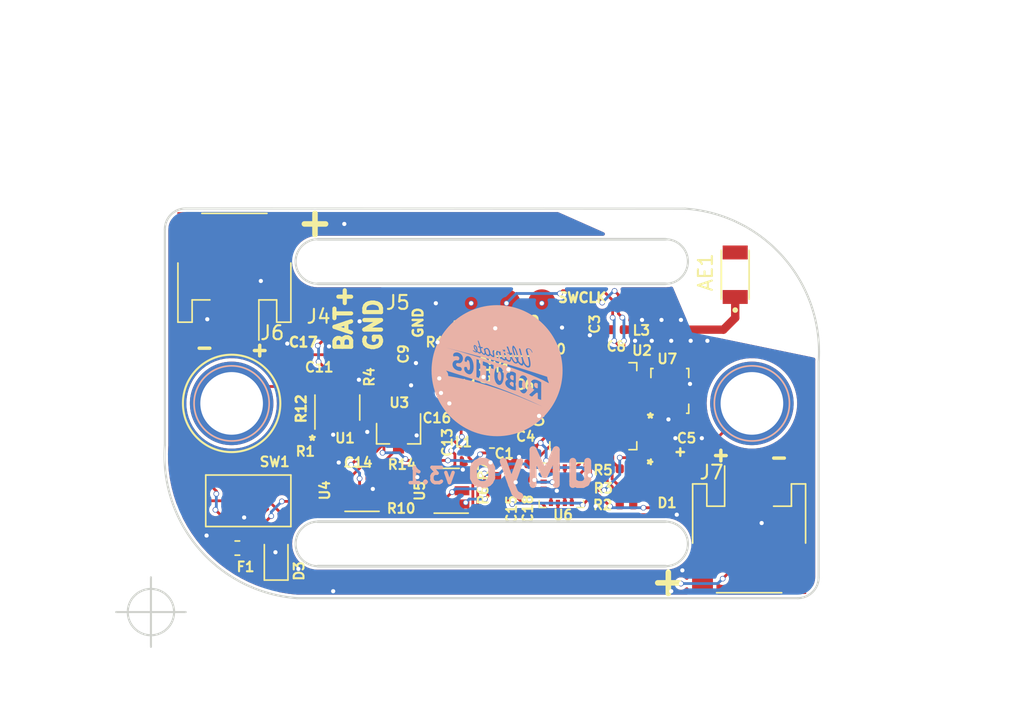
<source format=kicad_pcb>
(kicad_pcb (version 20211014) (generator pcbnew)
  (layers (0 "F.Cu" signal) (31 "B.Cu" signal) (34 "B.Paste" user) (35 "F.Paste" user) (36 "B.SilkS" user "B.Silkscreen") (37 "F.SilkS" user "F.Silkscreen") (38 "B.Mask" user) (39 "F.Mask" user) (44 "Edge.Cuts" user))
  (net 0 "")
  (net 1 "GND")
  (net 2 "+BATT")
  (net 3 "+3V3")
  (net 4 "SWDIO")
  (net 5 "SWDCLK")
  (net 6 "BATT_LEVEL")
  (net 7 "Net-(C1-Pad1)")
  (net 8 "Net-(C2-Pad1)")
  (net 9 "Net-(C3-Pad1)")
  (net 10 "Net-(C12-Pad2)")
  (net 11 "Net-(R5-Pad2)")
  (net 12 "+4V")
  (net 13 "BT_OUT")
  (net 14 "SYS_ON")
  (net 15 "ADC_DATA")
  (net 16 "Net-(C8-Pad1)")
  (net 17 "Net-(C9-Pad2)")
  (net 18 "Net-(C10-Pad2)")
  (net 19 "Net-(C11-Pad2)")
  (net 20 "Net-(C11-Pad1)")
  (net 21 "Net-(D1-Pad2)")
  (net 22 "Net-(D1-Pad3)")
  (net 23 "Net-(D1-Pad1)")
  (net 24 "Net-(J2-Pad1)")
  (net 25 "Net-(L1-Pad2)")
  (net 26 "Net-(L1-Pad1)")
  (net 27 "Net-(R2-Pad2)")
  (net 28 "Net-(R3-Pad2)")
  (net 29 "Net-(R6-Pad2)")
  (net 30 "Net-(C17-Pad2)")
  (net 31 "AMP_SHIFT")
  (net 32 "Net-(U4-Pad4)")
  (net 35 "SPI_CS")
  (net 36 "SPI_SCL")
  (net 37 "SPI_SDI")
  (net 38 "SPI_SDO")
  (net 39 "IMU_INT")
  (net 40 "Net-(AE1-Pad1)")
  (net 41 "SCL")
  (net 42 "SDA")
  (net 62 "Net-(R14-Pad2)")
  (net 64 "+3V8")
  (net 65 "Net-(C15-Pad1)")
  (net 66 "Net-(C18-Pad1)")
  (net 67 "Net-(C18-Pad2)")
  (footprint "Button_Switch_SMD:SW_SPST_CK_RS282G05A3" (layer "F.Cu") (at 105 105)
    (fp_text reference "SW1")
    (fp_text value "SW_Push")
  )
  (footprint "Resistor_SMD:R_0402_1005Metric" (layer "F.Cu") (at 122.85 104.64 90)
    (fp_text reference "R6")
    (fp_text value "22k")
  )
  (footprint "Resistor_SMD:R_0402_1005Metric" (layer "F.Cu") (at 122.86 102.74 90)
    (fp_text reference "R7")
    (fp_text value "100k")
  )
  (footprint "ultimate_library:LGA-14_3x2.5mm_P0.5mm_fix" (layer "F.Cu") (at 135.3 97.1 90)
    (fp_text reference "U7")
    (fp_text value "LSM6DS3")
  )
  (footprint "ultimate_library:LED_RGB_0603_a4" (layer "F.Cu") (at 135 103 90)
    (fp_text reference "D1")
    (fp_text value "LED_BGRA")
  )
  (footprint "Capacitor_SMD:C_0402_1005Metric" (layer "F.Cu") (at 112.085 95.3 180)
    (fp_text reference "C11")
    (fp_text value "680 pF")
  )
  (footprint "Inductor_SMD:L_0402_1005Metric" (layer "F.Cu") (at 123.065 99.15)
    (fp_text reference "L2")
    (fp_text value "15 nH")
  )
  (footprint "Capacitor_SMD:C_0402_1005Metric" (layer "F.Cu") (at 126.715 93.1 180)
    (fp_text reference "C10")
    (fp_text value "12 pF")
  )
  (footprint "Capacitor_SMD:C_0402_1005Metric" (layer "F.Cu") (at 128.8 92.415 90)
    (fp_text reference "C3")
    (fp_text value "100 pF")
  )
  (footprint "Inductor_SMD:L_0402_1005Metric" (layer "F.Cu") (at 131.515 92.7 180)
    (fp_text reference "L3")
    (fp_text value "5.1 nH")
  )
  (footprint "Capacitor_SMD:C_0402_1005Metric" (layer "F.Cu") (at 120.53 99.05)
    (fp_text reference "C16")
    (fp_text value "100 nF")
  )
  (footprint "ultimate_library:conn_16_20" (layer "F.Cu") (at 110.05 91.25)
    (fp_text reference "J4")
    (fp_text value "Conn_01x01_Male")
  )
  (footprint "Package_TO_SOT_SMD:SOT-23-8" (layer "F.Cu") (at 111.4 98.3 90)
    (fp_text reference "U1")
    (fp_text value "AD8293G80ARJZ-R2")
  )
  (footprint "Capacitor_SMD:C_0402_1005Metric" (layer "F.Cu") (at 124.915 95.6)
    (fp_text reference "C6")
    (fp_text value "100 nF")
  )
  (footprint "Resistor_SMD:R_0402_1005Metric" (layer "F.Cu") (at 110.7 101.45 180)
    (fp_text reference "R1")
    (fp_text value "200k")
  )
  (footprint "Capacitor_SMD:C_0402_1005Metric" (layer "F.Cu") (at 112.815 101.45)
    (fp_text reference "C14")
    (fp_text value "2.2 uF")
  )
  (footprint "Capacitor_SMD:C_0402_1005Metric" (layer "F.Cu") (at 117.8 96.885 90)
    (fp_text reference "C7")
    (fp_text value "39 nF")
  )
  (footprint "Resistor_SMD:R_0402_1005Metric" (layer "F.Cu") (at 116 104.45)
    (fp_text reference "R10")
    (fp_text value "200k")
  )
  (footprint "Capacitor_SMD:C_0402_1005Metric" (layer "F.Cu") (at 124.655 102.34 180)
    (fp_text reference "C1")
    (fp_text value "100 nF")
  )
  (footprint "Crystal:Crystal_SMD_2016-4Pin_2.0x1.6mm" (layer "F.Cu") (at 124.1 93.45)
    (fp_text reference "Y1")
    (fp_text value "32MHz")
  )
  (footprint "ultimate_library:QFN-48-1EP_6x6mm_Pitch0.4mm" (layer "F.Cu") (at 129.8 98.2 90)
    (fp_text reference "U2")
    (fp_text value "nRF52810-QFxx")
  )
  (footprint "Package_TO_SOT_SMD:SOT-23" (layer "F.Cu") (at 115.8 100.15 -90)
    (fp_text reference "U3")
    (fp_text value "XC6206P332MR_SOT23")
  )
  (footprint "Inductor_SMD:L_0603_1608Metric" (layer "F.Cu") (at 122.5125 100.7 180)
    (fp_text reference "L1")
    (fp_text value "10 uH")
  )
  (footprint "Capacitor_SMD:C_0402_1005Metric" (layer "F.Cu") (at 129.715 93.9 180)
    (fp_text reference "C8")
    (fp_text value "0.8 pF")
  )
  (footprint "Resistor_SMD:R_0402_1005Metric" (layer "F.Cu") (at 118.885 94.6)
    (fp_text reference "R13")
    (fp_text value "4.7M")
  )
  (footprint "Capacitor_SMD:C_0402_1005Metric" (layer "F.Cu") (at 108.185 94.5)
    (fp_text reference "C17")
    (fp_text value "2.2 uF")
  )
  (footprint "Resistor_SMD:R_0402_1005Metric" (layer "F.Cu") (at 132.2 104 180)
    (fp_text reference "R3")
    (fp_text value "2k")
  )
  (footprint "Capacitor_SMD:C_0402_1005Metric" (layer "F.Cu") (at 125.035 101.25 180)
    (fp_text reference "C4")
    (fp_text value "100 nF")
  )
  (footprint "Capacitor_SMD:C_0402_1005Metric" (layer "F.Cu") (at 122 93.48 -90)
    (fp_text reference "C12")
    (fp_text value "12 pF")
  )
  (footprint "Resistor_SMD:R_0402_1005Metric" (layer "F.Cu") (at 108.7 96.3 -90)
    (fp_text reference "R12")
    (fp_text value "4.7M")
  )
  (footprint "Resistor_SMD:R_0402_1005Metric" (layer "F.Cu") (at 132.185 102.7 180)
    (fp_text reference "R5")
    (fp_text value "2k")
  )
  (footprint "Capacitor_SMD:C_0402_1005Metric" (layer "F.Cu") (at 124.95 98.915 90)
    (fp_text reference "C2")
    (fp_text value "2.2 uF")
  )
  (footprint "Capacitor_SMD:C_0402_1005Metric" (layer "F.Cu") (at 134.715 100.4 180)
    (fp_text reference "C5")
    (fp_text value "2.2 uF")
  )
  (footprint "ultimate_library:SWD_POGO" (layer "F.Cu") (at 122.29 90.8 -90)
    (fp_text reference "SC1")
    (fp_text value "SWD_POGO")
  )
  (footprint "ultimate_library:conn_16_20" (layer "F.Cu") (at 115.75 91.25 180)
    (fp_text reference "J5")
    (fp_text value "Conn_01x01_Male")
  )
  (footprint "Capacitor_SMD:C_0402_1005Metric" (layer "F.Cu") (at 118.3 100.765 -90)
    (fp_text reference "C13")
    (fp_text value "2.2 uF")
  )
  (footprint "Resistor_SMD:R_0402_1005Metric" (layer "F.Cu") (at 132.185 105.3 180)
    (fp_text reference "R2")
    (fp_text value "2k")
  )
  (footprint "Resistor_SMD:R_0402_1005Metric" (layer "F.Cu") (at 114.6 96.215 -90)
    (fp_text reference "R4")
    (fp_text value "100k")
  )
  (footprint "Capacitor_SMD:C_0402_1005Metric" (layer "F.Cu") (at 116.1 96.215 90)
    (fp_text reference "C9")
    (fp_text value "100 nF")
  )
  (footprint "Package_TO_SOT_SMD:SOT-23-5" (layer "F.Cu") (at 119.26 104.28 180)
    (fp_text reference "U5")
    (fp_text value "74AHC1G32")
  )
  (footprint "Resistor_SMD:R_0402_1005Metric" (layer "F.Cu") (at 120.515 97.75 180)
    (fp_text reference "R11")
    (fp_text value "100k")
  )
  (footprint "Connector_JST:JST_PH_S2B-PH-SM4-TB_1x02-1MP_P2.00mm_Horizontal" (layer "F.Cu") (at 104 88.85 180)
    (fp_text reference "J6")
    (fp_text value "Conn_01x02_Female")
  )
  (footprint "Connector_JST:JST_PH_S2B-PH-SM4-TB_1x02-1MP_P2.00mm_Horizontal" (layer "F.Cu") (at 141 107.1)
    (fp_text reference "J7")
    (fp_text value "Conn_01x02_Female")
  )
  (footprint "Resistor_SMD:R_0402_1005Metric" (layer "F.Cu") (at 116 103.25 180)
    (fp_text reference "R14")
    (fp_text value "10k")
  )
  (footprint "Package_TO_SOT_SMD:SOT-23-5" (layer "F.Cu") (at 112.85 104.15 180)
    (fp_text reference "U4")
    (fp_text value "MT9700")
  )
  (footprint "Diode_SMD:D_SOD-323" (layer "F.Cu") (at 107 109.2 90)
    (fp_text reference "D3")
    (fp_text value "D")
  )
  (footprint "Package_LGA:LGA-16_3x3mm_P0.5mm" (layer "F.Cu") (at 127.505 103.88 -90)
    (fp_text reference "U6")
    (fp_text value "QMC5883L")
  )
  (footprint "ultimate_library:KH3216-A55" (layer "F.Cu") (at 140 88.75 90)
    (fp_text reference "AE1")
    (fp_text value "Antenna")
  )
  (footprint "Fuse:Fuse_0603_1608Metric" (layer "F.Cu") (at 104.2125 108.4 180)
    (fp_text reference "F1")
    (fp_text value "Fuse")
  )
  (footprint "Capacitor_SMD:C_0402_1005Metric" (layer "F.Cu") (at 125.08 103.88 -90)
    (fp_text reference "C18")
    (fp_text value "100 nF")
  )
  (footprint "Capacitor_SMD:C_0402_1005Metric" (layer "F.Cu") (at 123.94 103.895 90)
    (fp_text reference "C15")
    (fp_text value "2.2 uF")
  )
  (footprint "ultimate_library:uMyo_dry_connector" (layer "B.Cu") (at 141.2 98)
    (fp_text reference "J1")
    (fp_text value "Conn_01x01_Male")
  )
  (footprint "ultimate_library:uMyo_dry_connector" (layer "B.Cu") (at 103.8 98 180)
    (fp_text reference "J2")
    (fp_text value "Conn_01x01_Male")
  )
  (gr_poly (pts (xy 122.121869 94.087218) (xy 122.121869 94.087219) (xy 122.115125 94.087892) (xy 122.108468 94.089112) (xy 122.101918 94.090872) (xy 122.095496 94.093168) (xy 122.089222 94.095995) (xy 122.083116 94.099349) (xy 122.077199 94.103224) (xy 122.07149 94.107615) (xy 122.066012 94.112517) (xy 122.060783 94.117927) (xy 122.055825 94.123837) (xy 122.051157 94.130245) (xy 122.046801 94.137144) (xy 122.042776 94.14453) (xy 122.039103 94.152399) (xy 122.035802 94.160744) (xy 122.054149 94.237582) (xy 122.062638 94.271469) (xy 122.071811 94.306746) (xy 122.081227 94.341174) (xy 122.090448 94.372511) (xy 122.0959 94.38624) (xy 122.102552 94.399693) (xy 122.110281 94.412776) (xy 122.118968 94.425397) (xy 122.128489 94.43746) (xy 122.138726 94.448874) (xy 122.149556 94.459544) (xy 122.160859 94.469378) (xy 122.172514 94.47828) (xy 122.184398 94.486159) (xy 122.196393 94.492921) (xy 122.208376 94.498472) (xy 122.220226 94.502719) (xy 122.231822 94.505568) (xy 122.243044 94.506926) (xy 122.25377 94.506699) (xy 122.26388 94.504795) (xy 122.273251 94.501118) (xy 122.281764 94.495577) (xy 122.289297 94.488078) (xy 122.295728 94.478526) (xy 122.300938 94.46683) (xy 122.304805 94.452894) (xy 122.307207 94.436626) (xy 122.308025 94.417933) (xy 122.307136 94.39672) (xy 122.30442 94.372895) (xy 122.299756 94.346364) (xy 122.293023 94.317033) (xy 122.284099 94.284809) (xy 122.272864 94.249599) (xy 122.259196 94.211309) (xy 122.256627 94.203756) (xy 122.253843 94.19642) (xy 122.250855 94.189302) (xy 122.247673 94.182405) (xy 122.244308 94.175731) (xy 122.240769 94.169281) (xy 122.233214 94.157063) (xy 122.22509 94.145769) (xy 122.21648 94.135415) (xy 122.207467 94.126017) (xy 122.198134 94.117592) (xy 122.188564 94.110157) (xy 122.178838 94.103729) (xy 122.169041 94.098323) (xy 122.159254 94.093957) (xy 122.149561 94.090647) (xy 122.140044 94.088409) (xy 122.135377 94.087698) (xy 122.130786 94.087261) (xy 122.126279 94.0871)) (layer "B.SilkS") (width 0) (fill solid))
  (gr_poly (pts (xy 125.643089 96.522228) (xy 125.623802 96.525017) (xy 125.606491 96.530336) (xy 125.591128 96.537988) (xy 125.577684 96.547775) (xy 125.566132 96.559499) (xy 125.556443 96.572963) (xy 125.548589 96.58797) (xy 125.542541 96.604322) (xy 125.538272 96.621822) (xy 125.535752 96.640271) (xy 125.534954 96.659473) (xy 125.535849 96.67923) (xy 125.53841 96.699344) (xy 125.542607 96.719618) (xy 125.548412 96.739854) (xy 125.555798 96.759856) (xy 125.564736 96.779424) (xy 125.575198 96.798363) (xy 125.587155 96.816474) (xy 125.600579 96.833559) (xy 125.615442 96.849422) (xy 125.631715 96.863865) (xy 125.649371 96.876689) (xy 125.668381 96.887699) (xy 125.688717 96.896696) (xy 125.71035 96.903482) (xy 125.733252 96.907861) (xy 125.757395 96.909634) (xy 125.782751 96.908604) (xy 125.809291 96.904574) (xy 125.809282 96.904574) (xy 125.809882 96.588406) (xy 125.809592 96.586043) (xy 125.808737 96.58363) (xy 125.807351 96.581174) (xy 125.805468 96.578681) (xy 125.803121 96.576161) (xy 125.800343 96.57362) (xy 125.79717 96.571066) (xy 125.793634 96.568507) (xy 125.785609 96.563402) (xy 125.776538 96.558365) (xy 125.766692 96.553457) (xy 125.756341 96.548738) (xy 125.745753 96.544268) (xy 125.735199 96.540108) (xy 125.72495 96.536318) (xy 125.715274 96.532959) (xy 125.698722 96.527772) (xy 125.692387 96.526065) (xy 125.687704 96.52503) (xy 125.66438 96.522167)) (layer "B.SilkS") (width 0) (fill solid))
  (gr_poly (pts (xy 122.63899 90.943326) (xy 122.399793 90.961515) (xy 122.164073 90.991468) (xy 121.932127 91.032889) (xy 121.70425 91.085483) (xy 121.48074 91.148953) (xy 121.26189 91.223003) (xy 121.047999 91.307338) (xy 120.839361 91.401661) (xy 120.636272 91.505677) (xy 120.439028 91.61909) (xy 120.247926 91.741603) (xy 120.063261 91.872921) (xy 119.885329 92.012748) (xy 119.714426 92.160788) (xy 119.550849 92.316744) (xy 119.394892 92.480322) (xy 119.246852 92.651225) (xy 119.107025 92.829157) (xy 118.975707 93.013822) (xy 118.853194 93.204924) (xy 118.739781 93.402167) (xy 118.635765 93.605256) (xy 118.541442 93.813894) (xy 118.457107 94.027786) (xy 118.383057 94.246635) (xy 118.319587 94.470146) (xy 118.266993 94.698023) (xy 118.225572 94.929969) (xy 118.195619 95.165688) (xy 118.17743 95.404886) (xy 118.171302 95.647266) (xy 118.17743 95.889645) (xy 118.195619 96.128843) (xy 118.225572 96.364563) (xy 118.266993 96.596509) (xy 118.319587 96.824385) (xy 118.383057 97.047896) (xy 118.457107 97.266745) (xy 118.541442 97.480637) (xy 118.635765 97.689275) (xy 118.739781 97.892364) (xy 118.853194 98.089607) (xy 118.975707 98.28071) (xy 119.107025 98.465375) (xy 119.246852 98.643306) (xy 119.394892 98.814209) (xy 119.550849 98.977787) (xy 119.714426 99.133744) (xy 119.885329 99.281783) (xy 120.063261 99.42161) (xy 120.247926 99.552928) (xy 120.439028 99.675442) (xy 120.636272 99.788854) (xy 120.839361 99.89287) (xy 121.047999 99.987193) (xy 121.26189 100.071528) (xy 121.48074 100.145579) (xy 121.70425 100.209049) (xy 121.932127 100.261642) (xy 122.164073 100.303063) (xy 122.399793 100.333016) (xy 122.63899 100.351205) (xy 122.88137 100.357334) (xy 123.123749 100.351205) (xy 123.362947 100.333016) (xy 123.598667 100.303063) (xy 123.830613 100.261642) (xy 124.058489 100.209049) (xy 124.282 100.145579) (xy 124.500849 100.071528) (xy 124.714741 99.987193) (xy 124.923379 99.89287) (xy 125.126468 99.788854) (xy 125.323712 99.675442) (xy 125.514814 99.552928) (xy 125.699479 99.42161) (xy 125.877411 99.281783) (xy 126.048314 99.133744) (xy 126.211891 98.977787) (xy 126.367848 98.814209) (xy 126.515888 98.643306) (xy 126.655715 98.465375) (xy 126.787033 98.28071) (xy 126.825268 98.221068) (xy 126.143183 98.221068) (xy 125.041988 97.752166) (xy 124.343822 97.464716) (xy 123.547166 97.159649) (xy 123.111877 97.004661) (xy 122.651934 96.850251) (xy 122.167326 96.698081) (xy 121.658042 96.54981) (xy 121.124072 96.407099) (xy 120.565406 96.27161) (xy 119.982032 96.145003) (xy 119.373941 96.028939) (xy 119.370864 95.989383) (xy 119.367169 95.953839) (xy 119.362797 95.921881) (xy 119.35769 95.893081) (xy 119.351788 95.867014) (xy 119.345032 95.843253) (xy 119.337364 95.821372) (xy 119.328724 95.800944) (xy 119.319055 95.781543) (xy 119.308296 95.762743) (xy 119.296389 95.744118) (xy 119.283276 95.72524) (xy 119.253192 95.685023) (xy 119.217575 95.638682) (xy 121.222094 96.277601) (xy 122.06719 96.561295) (xy 122.854914 96.841111) (xy 123.620821 97.132022) (xy 124.400466 97.449003) (xy 125.229402 97.807027) (xy 126.143183 98.221068) (xy 126.825268 98.221068) (xy 126.909546 98.089607) (xy 127.022959 97.892364) (xy 127.126975 97.689275) (xy 127.221298 97.480637) (xy 127.305633 97.266745) (xy 127.379683 97.047896) (xy 127.443153 96.824385) (xy 127.495747 96.596509) (xy 127.504138 96.549521) (xy 126.607272 96.549521) (xy 126.49067 96.489071) (xy 126.05614 96.489071) (xy 126.05 97.75) (xy 126.017043 97.738416) (xy 125.984092 97.727395) (xy 125.919986 97.706354) (xy 125.889719 97.695991) (xy 125.861233 97.685503) (xy 125.834974 97.674718) (xy 125.822818 97.669161) (xy 125.811385 97.663464) (xy 125.811546 97.457652) (xy 125.81041 97.347847) (xy 125.809124 97.296282) (xy 125.807201 97.248872) (xy 125.806964 97.247583) (xy 125.806405 97.246385) (xy 125.805542 97.245273) (xy 125.804393 97.244242) (xy 125.802975 97.24329) (xy 125.801308 97.242411) (xy 125.799409 97.241602) (xy 125.797296 97.240858) (xy 125.792501 97.23955) (xy 125.787067 97.238454) (xy 125.781141 97.237537) (xy 125.774864 97.236765) (xy 125.761843 97.235525) (xy 125.749161 97.234468) (xy 125.737974 97.233331) (xy 125.733303 97.232649) (xy 125.729439 97.231847) (xy 125.726149 97.23174) (xy 125.721831 97.232789) (xy 125.716546 97.234933) (xy 125.710353 97.23811) (xy 125.695483 97.24732) (xy 125.677701 97.259928) (xy 125.657483 97.275446) (xy 125.63531 97.293383) (xy 125.587009 97.334557) (xy 125.536627 97.379533) (xy 125.48799 97.424392) (xy 125.444928 97.465218) (xy 125.411267 97.498092) (xy 125.398423 97.496681) (xy 125.384416 97.494772) (xy 125.367176 97.491931) (xy 125.357771 97.49013) (xy 125.348069 97.48806) (xy 125.338242 97.485708) (xy 125.328461 97.483062) (xy 125.318896 97.480111) (xy 125.309718 97.476841) (xy 125.301099 97.473241) (xy 125.297052 97.471313) (xy 125.293208 97.469298) (xy 125.285296 97.464815) (xy 125.278098 97.460473) (xy 125.271506 97.456197) (xy 125.265412 97.451912) (xy 125.259705 97.447541) (xy 125.254277 97.44301) (xy 125.249018 97.438243) (xy 125.24382 97.433163) (xy 125.238574 97.427696) (xy 125.233169 97.421766) (xy 125.227498 97.415297) (xy 125.221451 97.408214) (xy 125.19132 97.372227) (xy 125.370159 97.209625) (xy 125.412007 97.171151) (xy 125.457269 97.128907) (xy 125.508226 97.080573) (xy 125.567157 97.023829) (xy 125.53658 97.003273) (xy 125.504402 96.980672) (xy 125.466339 96.952608) (xy 125.44636 96.937172) (xy 125.426421 96.921145) (xy 125.407025 96.904783) (xy 125.388676 96.888345) (xy 125.371878 96.872089) (xy 125.357135 96.856272) (xy 125.350692 96.84861) (xy 125.344951 96.841154) (xy 125.339975 96.833937) (xy 125.335829 96.826991) (xy 125.323057 96.799646) (xy 125.311892 96.767426) (xy 125.302737 96.731193) (xy 125.296 96.69181) (xy 125.293009 96.659969) (xy 125.113603 96.659969) (xy 125.110558 96.723833) (xy 125.104535 96.786906) (xy 125.095608 96.848628) (xy 125.083852 96.908439) (xy 125.069342 96.965777) (xy 125.052153 97.020082) (xy 125.032358 97.070793) (xy 125.010033 97.117348) (xy 124.985252 97.159188) (xy 124.95809 97.195751) (xy 124.928621 97.226477) (xy 124.89692 97.250803) (xy 124.863062 97.268171) (xy 124.827121 97.278019) (xy 124.789172 97.279785) (xy 124.749289 97.27291) (xy 124.707548 97.256832) (xy 124.699433 97.252654) (xy 124.691333 97.24807) (xy 124.683254 97.243087) (xy 124.675202 97.237711) (xy 124.65921 97.225811) (xy 124.643408 97.212424) (xy 124.627852 97.197606) (xy 124.612594 97.181411) (xy 124.597688 97.163895) (xy 124.583187 97.145113) (xy 124.569144 97.125118) (xy 124.555614 97.103968) (xy 124.542648 97.081715) (xy 124.530302 97.058417) (xy 124.518628 97.034127) (xy 124.50768 97.0089) (xy 124.497511 96.982792) (xy 124.488174 96.955857) (xy 124.478212 96.922714) (xy 124.46914 96.887106) (xy 124.46105 96.849194) (xy 124.454033 96.809137) (xy 124.448179 96.767096) (xy 124.44358 96.723232) (xy 124.440326 96.677705) (xy 124.43851 96.630676) (xy 124.438221 96.582304) (xy 124.43955 96.532751) (xy 124.44259 96.482178) (xy 124.447431 96.430743) (xy 124.454163 96.378609) (xy 124.462878 96.325935) (xy 124.473668 96.272882) (xy 124.486622 96.219611) (xy 124.493404 96.196391) (xy 124.501454 96.173484) (xy 124.510778 96.151074) (xy 124.521384 96.129345) (xy 124.533279 96.10848) (xy 124.546469 96.088663) (xy 124.560962 96.070079) (xy 124.568699 96.061306) (xy 124.576764 96.052911) (xy 124.585158 96.044915) (xy 124.593883 96.037342) (xy 124.602938 96.030215) (xy 124.612325 96.023557) (xy 124.622044 96.01739) (xy 124.632097 96.011739) (xy 124.642484 96.006625) (xy 124.653206 96.002072) (xy 124.664264 95.998103) (xy 124.675659 95.994741) (xy 124.687392 95.992008) (xy 124.699464 95.989928) (xy 124.711875 95.988524) (xy 124.724626 95.987818) (xy 124.737719 95.987834) (xy 124.751154 95.988595) (xy 124.801736 95.997007) (xy 124.848221 96.013041) (xy 124.890683 96.036138) (xy 124.929196 96.065735) (xy 124.963836 96.101273) (xy 124.994677 96.14219) (xy 125.021794 96.187925) (xy 125.04526 96.237918) (xy 125.065152 96.291607) (xy 125.081543 96.348433) (xy 125.094508 96.407833) (xy 125.104122 96.469248) (xy 125.11046 96.532116) (xy 125.113595 96.595877) (xy 125.113603 96.659969) (xy 125.293009 96.659969) (xy 125.292086 96.650142) (xy 125.2914 96.607051) (xy 125.294348 96.5634) (xy 125.297311 96.541635) (xy 125.301335 96.520054) (xy 125.306471 96.498764) (xy 125.312769 96.477874) (xy 125.320279 96.457492) (xy 125.329053 96.437725) (xy 125.339141 96.418682) (xy 125.350595 96.40047) (xy 125.363463 96.383198) (xy 125.377799 96.366972) (xy 125.393651 96.351902) (xy 125.411071 96.338095) (xy 125.430109 96.325659) (xy 125.450817 96.314701) (xy 125.473245 96.305331) (xy 125.497443 96.297655) (xy 125.523463 96.291781) (xy 125.551355 96.287819) (xy 125.57535 96.286932) (xy 125.601783 96.288457) (xy 125.630349 96.29226) (xy 125.660739 96.298211) (xy 125.692647 96.306177) (xy 125.725767 96.316026) (xy 125.759793 96.327627) (xy 125.794416 96.340846) (xy 125.829331 96.355554) (xy 125.864231 96.371616) (xy 125.898809 96.388903) (xy 125.932759 96.407281) (xy 125.965773 96.426618) (xy 125.997546 96.446784) (xy 126.027771 96.467645) (xy 126.05614 96.48907) (xy 126.05614 96.489071) (xy 126.49067 96.489071) (xy 126.200996 96.338894) (xy 125.725576 96.122453) (xy 125.194169 95.902876) (xy 125.048891 95.847208) (xy 124.234038 95.847208) (xy 124.232921 97.049592) (xy 124.230848 97.05372) (xy 124.224707 97.056648) (xy 124.214765 97.058368) (xy 124.201288 97.058874) (xy 124.164796 97.056214) (xy 124.117362 97.048613) (xy 124.061118 97.036014) (xy 123.998195 97.018362) (xy 123.930724 96.995599) (xy 123.860838 96.967672) (xy 123.790667 96.934522) (xy 123.75614 96.915972) (xy 123.722342 96.896095) (xy 123.689539 96.874885) (xy 123.657996 96.852334) (xy 123.627981 96.828436) (xy 123.59976 96.803183) (xy 123.573599 96.776569) (xy 123.549765 96.748587) (xy 123.528525 96.719229) (xy 123.510143 96.688488) (xy 123.494888 96.656359) (xy 123.483026 96.622832) (xy 123.474822 96.587903) (xy 123.470543 96.551562) (xy 123.470097 96.538069) (xy 123.470378 96.524886) (xy 123.471359 96.512013) (xy 123.47301 96.499449) (xy 123.475302 96.487193) (xy 123.478208 96.475243) (xy 123.481697 96.463598) (xy 123.485742 96.452258) (xy 123.490313 96.44122) (xy 123.495382 96.430485) (xy 123.500919 96.420049) (xy 123.506897 96.409914) (xy 123.513285 96.400076) (xy 123.520056 96.390536) (xy 123.534629 96.372342) (xy 123.550386 96.355322) (xy 123.567095 96.339467) (xy 123.584526 96.324768) (xy 123.602449 96.311215) (xy 123.620633 96.298799) (xy 123.638848 96.287511) (xy 123.656863 96.27734) (xy 123.674447 96.268279) (xy 123.650867 96.249907) (xy 123.629772 96.230888) (xy 123.61109 96.211294) (xy 123.594749 96.191197) (xy 123.580678 96.170669) (xy 123.568805 96.149782) (xy 123.559057 96.128608) (xy 123.551363 96.107219) (xy 123.545651 96.085687) (xy 123.541849 96.064084) (xy 123.540944 96.054124) (xy 123.361469 96.054124) (xy 123.358424 96.117987) (xy 123.352401 96.18106) (xy 123.343474 96.242783) (xy 123.331719 96.302594) (xy 123.317209 96.359932) (xy 123.300019 96.414237) (xy 123.280224 96.464947) (xy 123.257899 96.511503) (xy 123.233118 96.553342) (xy 123.205956 96.589905) (xy 123.176487 96.620631) (xy 123.144786 96.644958) (xy 123.110928 96.662325) (xy 123.074987 96.672173) (xy 123.037038 96.673939) (xy 122.997156 96.667064) (xy 122.955414 96.650986) (xy 122.947299 96.646808) (xy 122.939199 96.642224) (xy 122.93112 96.637241) (xy 122.923068 96.631865) (xy 122.907076 96.619965) (xy 122.891275 96.606578) (xy 122.875719 96.591759) (xy 122.860461 96.575565) (xy 122.845554 96.558048) (xy 122.831053 96.539266) (xy 122.817011 96.519271) (xy 122.80348 96.498121) (xy 122.790515 96.475868) (xy 122.778169 96.45257) (xy 122.766495 96.428279) (xy 122.755546 96.403053) (xy 122.745377 96.376944) (xy 122.73604 96.35001) (xy 122.726078 96.316867) (xy 122.717007 96.281259) (xy 122.708917 96.243347) (xy 122.701899 96.20329) (xy 122.696045 96.161249) (xy 122.691446 96.117385) (xy 122.688193 96.071858) (xy 122.686376 96.024828) (xy 122.686087 95.976457) (xy 122.687417 95.926904) (xy 122.690457 95.87633) (xy 122.695297 95.824896) (xy 122.702029 95.772762) (xy 122.710745 95.720088) (xy 122.721534 95.667036) (xy 122.734488 95.613765) (xy 122.74127 95.590545) (xy 122.74932 95.567638) (xy 122.758644 95.545228) (xy 122.76925 95.523499) (xy 122.781145 95.502634) (xy 122.794335 95.482817) (xy 122.808828 95.464233) (xy 122.816565 95.45546) (xy 122.82463 95.447064) (xy 122.833024 95.439069) (xy 122.841749 95.431496) (xy 122.850804 95.424369) (xy 122.86019 95.41771) (xy 122.86991 95.411544) (xy 122.879962 95.405893) (xy 122.890349 95.400779) (xy 122.901072 95.396226) (xy 122.91213 95.392257) (xy 122.923525 95.388894) (xy 122.935258 95.386162) (xy 122.947329 95.384082) (xy 122.957504 95.38293) (xy 122.629952 95.38293) (xy 122.629061 95.455763) (xy 122.626908 95.530032) (xy 122.590073 95.517082) (xy 122.556271 95.504852) (xy 122.494845 95.482295) (xy 122.465759 95.471839) (xy 122.436784 95.461844) (xy 122.40719 95.452247) (xy 122.376245 95.442983) (xy 122.373561 95.569259) (xy 122.371855 95.837942) (xy 122.370141 96.443492) (xy 122.347742 96.435235) (xy 122.318419 96.425046) (xy 122.246105 96.400349) (xy 122.206667 96.386578) (xy 122.16741 96.372351) (xy 122.130111 96.358036) (xy 122.096546 96.344004) (xy 122.100786 95.443394) (xy 122.100863 95.425349) (xy 122.100759 95.416338) (xy 122.100508 95.407425) (xy 122.100071 95.398676) (xy 122.099409 95.390158) (xy 122.098484 95.381937) (xy 122.097257 95.37408) (xy 122.095689 95.366654) (xy 122.094764 95.363124) (xy 122.09374 95.359726) (xy 122.092611 95.356469) (xy 122.091373 95.353362) (xy 122.09002 95.350413) (xy 122.088548 95.347629) (xy 122.086952 95.34502) (xy 122.085227 95.342594) (xy 122.083368 95.340359) (xy 122.081371 95.338324) (xy 122.07923 95.336496) (xy 122.076941 95.334885) (xy 122.074498 95.333498) (xy 122.071897 95.332344) (xy 121.987914 95.299891) (xy 121.936048 95.280702) (xy 121.855511 95.251792) (xy 121.858279 94.972871) (xy 121.858291 94.97287) (xy 122.629324 95.245856) (xy 122.629925 95.312604) (xy 122.629952 95.38293) (xy 122.957504 95.38293) (xy 122.95974 95.382677) (xy 122.972492 95.381971) (xy 122.985584 95.381987) (xy 122.999019 95.382748) (xy 122.999021 95.382749) (xy 123.049603 95.391161) (xy 123.096087 95.407196) (xy 123.138549 95.430292) (xy 123.177063 95.45989) (xy 123.211703 95.495427) (xy 123.242543 95.536344) (xy 123.26966 95.582079) (xy 123.293127 95.632072) (xy 123.313018 95.685762) (xy 123.32941 95.742587) (xy 123.342375 95.801988) (xy 123.351989 95.863403) (xy 123.358326 95.926271) (xy 123.361461 95.990032) (xy 123.361469 96.054124) (xy 123.540944 96.054124) (xy 123.539886 96.042482) (xy 123.539688 96.020953) (xy 123.541185 95.99957) (xy 123.544305 95.978403) (xy 123.548975 95.957525) (xy 123.555124 95.937009) (xy 123.562679 95.916926) (xy 123.57157 95.897347) (xy 123.581723 95.878346) (xy 123.593068 95.859994) (xy 123.605532 95.842363) (xy 123.619043 95.825526) (xy 123.633529 95.809553) (xy 123.648919 95.794518) (xy 123.665141 95.780492) (xy 123.682123 95.767547) (xy 123.699792 95.755755) (xy 123.718078 95.745188) (xy 123.736907 95.735919) (xy 123.756209 95.728019) (xy 123.775911 95.72156) (xy 123.795941 95.716615) (xy 123.800873 95.715781) (xy 123.806874 95.715069) (xy 123.821486 95.713974) (xy 123.838581 95.713256) (xy 123.856963 95.712838) (xy 123.892807 95.7126) (xy 123.919449 95.712655) (xy 123.919453 95.71266) (xy 123.935835 95.713046) (xy 123.95198 95.714171) (xy 123.96787 95.715986) (xy 123.983485 95.718441) (xy 124.013819 95.725077) (xy 124.042833 95.733683) (xy 124.070379 95.743866) (xy 124.096309 95.755232) (xy 124.120473 95.767386) (xy 124.142725 95.779934) (xy 124.162914 95.792482) (xy 124.180893 95.804636) (xy 124.209627 95.826185) (xy 124.234038 95.847208) (xy 125.048891 95.847208) (xy 124.619934 95.68284) (xy 123.395605 95.2521) (xy 122.338668 94.910151) (xy 121.668751 94.910151) (xy 121.665472 95.272858) (xy 121.666119 95.672486) (xy 121.668431 96.20135) (xy 121.538757 96.157693) (xy 121.398446 96.109454) (xy 121.398839 95.475283) (xy 121.399524 95.377256) (xy 121.194864 95.377256) (xy 121.188607 95.490422) (xy 121.18148 95.544619) (xy 121.171683 95.596667) (xy 121.159214 95.646146) (xy 121.14407 95.692639) (xy 121.126247 95.735726) (xy 121.105742 95.77499) (xy 121.082553 95.810011) (xy 121.056676 95.840371) (xy 121.028109 95.865652) (xy 120.996849 95.885434) (xy 120.962891 95.899299) (xy 120.926234 95.906828) (xy 120.886875 95.907603) (xy 120.84481 95.901205) (xy 120.818968 95.892123) (xy 120.794298 95.882173) (xy 120.770785 95.871399) (xy 120.748415 95.859848) (xy 120.727174 95.847566) (xy 120.707048 95.834597) (xy 120.688023 95.820989) (xy 120.670084 95.806786) (xy 120.653218 95.792035) (xy 120.63741 95.776782) (xy 120.622647 95.761071) (xy 120.608913 95.744949) (xy 120.596196 95.728462) (xy 120.58448 95.711655) (xy 120.573751 95.694575) (xy 120.563996 95.677266) (xy 120.555201 95.659775) (xy 120.54735 95.642148) (xy 120.540431 95.62443) (xy 120.534428 95.606666) (xy 120.529328 95.588904) (xy 120.525117 95.571188) (xy 120.52178 95.553565) (xy 120.519303 95.536079) (xy 120.517673 95.518778) (xy 120.516875 95.501706) (xy 120.516894 95.48491) (xy 120.517717 95.468434) (xy 120.51933 95.452326) (xy 120.521718 95.436631) (xy 120.524867 95.421394) (xy 120.528764 95.406661) (xy 120.530277 95.402713) (xy 120.532382 95.399047) (xy 120.535045 95.395658) (xy 120.538232 95.392542) (xy 120.541909 95.389692) (xy 120.546043 95.387105) (xy 120.550599 95.384774) (xy 120.555544 95.382695) (xy 120.560845 95.380862) (xy 120.566466 95.37927) (xy 120.572375 95.377914) (xy 120.578537 95.37679) (xy 120.591488 95.375212) (xy 120.605048 95.374495) (xy 120.618947 95.374598) (xy 120.632913 95.37548) (xy 120.646678 95.377099) (xy 120.65997 95.379413) (xy 120.672519 95.382382) (xy 120.684054 95.385964) (xy 120.694306 95.390117) (xy 120.698866 95.392395) (xy 120.703003 95.394801) (xy 120.735281 95.498316) (xy 120.742199 95.518591) (xy 120.749093 95.536701) (xy 120.756183 95.552686) (xy 120.763688 95.566584) (xy 120.771825 95.578433) (xy 120.7762 95.583602) (xy 120.780814 95.588273) (xy 120.785697 95.592451) (xy 120.790874 95.596141) (xy 120.796373 95.599349) (xy 120.802222 95.602078) (xy 120.808448 95.604333) (xy 120.815079 95.60612) (xy 120.822141 95.607443) (xy 120.829662 95.608307) (xy 120.837669 95.608717) (xy 120.84619 95.608678) (xy 120.864882 95.60727) (xy 120.874483 95.604952) (xy 120.883316 95.600371) (xy 120.891397 95.593643) (xy 120.898744 95.58488) (xy 120.905376 95.574197) (xy 120.911308 95.561707) (xy 120.91656 95.547525) (xy 120.921149 95.531763) (xy 120.925093 95.514537) (xy 120.928409 95.495959) (xy 120.933228 95.455204) (xy 120.935749 95.410409) (xy 120.936113 95.362485) (xy 120.934461 95.312343) (xy 120.930934 95.260891) (xy 120.925674 95.209042) (xy 120.918823 95.157706) (xy 120.910521 95.107792) (xy 120.900911 95.060212) (xy 120.890134 95.015876) (xy 120.87833 94.975695) (xy 120.87491 94.966703) (xy 120.870919 94.958051) (xy 120.866404 94.949759) (xy 120.86141 94.941853) (xy 120.855982 94.934354) (xy 120.850166 94.927288) (xy 120.844007 94.920676) (xy 120.837551 94.914543) (xy 120.830843 94.908912) (xy 120.823929 94.903806) (xy 120.816854 94.899248) (xy 120.809664 94.895262) (xy 120.802405 94.891872) (xy 120.795121 94.889101) (xy 120.787858 94.886971) (xy 120.780663 94.885507) (xy 120.773579 94.884733) (xy 120.766653 94.88467) (xy 120.759931 94.885343) (xy 120.753457 94.886775) (xy 120.747277 94.888989) (xy 120.741438 94.89201) (xy 120.735983 94.895859) (xy 120.730959 94.900561) (xy 120.726412 94.90614) (xy 120.722386 94.912617) (xy 120.718927 94.920017) (xy 120.716081 94.928364) (xy 120.713894 94.93768) (xy 120.71241 94.947988) (xy 120.711675 94.959314) (xy 120.711735 94.971678) (xy 120.71158 94.978866) (xy 120.710595 94.985232) (xy 120.708835 94.990816) (xy 120.706354 94.995656) (xy 120.703208 94.999791) (xy 120.699451 95.003261) (xy 120.695137 95.006104) (xy 120.690322 95.008359) (xy 120.685061 95.010065) (xy 120.679407 95.011261) (xy 120.673417 95.011986) (xy 120.667143 95.012278) (xy 120.660643 95.012177) (xy 120.653969 95.011721) (xy 120.640321 95.009901) (xy 120.626639 95.00713) (xy 120.61336 95.003719) (xy 120.600923 94.999979) (xy 120.589764 94.996221) (xy 120.573037 94.989896) (xy 120.566682 94.987235) (xy 120.566681 94.987235) (xy 120.562836 94.979631) (xy 120.55961 94.970155) (xy 120.555104 94.946241) (xy 120.553346 94.916798) (xy 120.55452 94.883131) (xy 120.558808 94.846545) (xy 120.566393 94.808344) (xy 120.577458 94.769834) (xy 120.582484 94.756012) (xy 120.425976 94.756012) (xy 120.42553 94.785386) (xy 120.422981 94.814337) (xy 120.418441 94.842735) (xy 120.412027 94.870449) (xy 120.403852 94.897346) (xy 120.394031 94.923297) (xy 120.382678 94.948169) (xy 120.369908 94.971831) (xy 120.355836 94.994153) (xy 120.340575 95.015003) (xy 120.324241 95.03425) (xy 120.306948 95.051763) (xy 120.288809 95.06741) (xy 120.269941 95.081061) (xy 120.250457 95.092584) (xy 120.230472 95.101847) (xy 120.2101 95.108721) (xy 120.189456 95.113073) (xy 120.168653 95.114772) (xy 120.147808 95.113687) (xy 120.127034 95.109687) (xy 120.101071 95.103701) (xy 120.07705 95.09997) (xy 120.054951 95.098362) (xy 120.034749 95.098742) (xy 120.016421 95.100976) (xy 119.999945 95.104928) (xy 119.985298 95.110466) (xy 119.972456 95.117453) (xy 119.961397 95.125757) (xy 119.952098 95.135242) (xy 119.944535 95.145774) (xy 119.938686 95.157219) (xy 119.934527 95.169443) (xy 119.932037 95.18231) (xy 119.931191 95.195688) (xy 119.931968 95.20944) (xy 119.934343 95.223433) (xy 119.938294 95.237533) (xy 119.943798 95.251605) (xy 119.950832 95.265515) (xy 119.959373 95.279128) (xy 119.969398 95.29231) (xy 119.980884 95.304927) (xy 119.993808 95.316843) (xy 120.008147 95.327926) (xy 120.023878 95.33804) (xy 120.040979 95.347051) (xy 120.059426 95.354825) (xy 120.079196 95.361227) (xy 120.100266 95.366122) (xy 120.122614 95.369378) (xy 120.146216 95.370858) (xy 120.169793 95.372275) (xy 120.191762 95.375345) (xy 120.212145 95.379954) (xy 120.230967 95.385989) (xy 120.24825 95.393335) (xy 120.264017 95.401878) (xy 120.278291 95.411504) (xy 120.291095 95.422099) (xy 120.302452 95.433549) (xy 120.312385 95.445741) (xy 120.320917 95.458559) (xy 120.328072 95.47189) (xy 120.333871 95.48562) (xy 120.338338 95.499635) (xy 120.341497 95.51382) (xy 120.343369 95.528062) (xy 120.343978 95.542247) (xy 120.343348 95.556261) (xy 120.3415 95.569989) (xy 120.338459 95.583317) (xy 120.334247 95.596132) (xy 120.328886 95.608319) (xy 120.322401 95.619765) (xy 120.314814 95.630355) (xy 120.306148 95.639975) (xy 120.296426 95.648511) (xy 120.285671 95.65585) (xy 120.273906 95.661877) (xy 120.261154 95.666477) (xy 120.247438 95.669538) (xy 120.232781 95.670945) (xy 120.217206 95.670583) (xy 120.149728 95.660106) (xy 120.087217 95.645843) (xy 120.029574 95.628089) (xy 119.976702 95.607134) (xy 119.928502 95.583271) (xy 119.884878 95.556792) (xy 119.84573 95.527988) (xy 119.810961 95.497152) (xy 119.780473 95.464576) (xy 119.754169 95.430552) (xy 119.731949 95.395371) (xy 119.713716 95.359325) (xy 119.699372 95.322707) (xy 119.68882 95.285809) (xy 119.68196 95.248923) (xy 119.678696 95.21234) (xy 119.678929 95.176352) (xy 119.682562 95.141253) (xy 119.689496 95.107332) (xy 119.699633 95.074883) (xy 119.712876 95.044198) (xy 119.729126 95.015569) (xy 119.748286 94.989286) (xy 119.770257 94.965644) (xy 119.794942 94.944932) (xy 119.822243 94.927445) (xy 119.852062 94.913472) (xy 119.8843 94.903308) (xy 119.91886 94.897242) (xy 119.955644 94.895568) (xy 119.994554 94.898578) (xy 120.035492 94.906562) (xy 120.050133 94.90891) (xy 120.064413 94.908624) (xy 120.078223 94.905895) (xy 120.091457 94.900913) (xy 120.104006 94.893869) (xy 120.115761 94.884954) (xy 120.126615 94.874357) (xy 120.136459 94.862271) (xy 120.145185 94.848884) (xy 120.152685 94.834388) (xy 120.158851 94.818973) (xy 120.163575 94.80283) (xy 120.166749 94.786149) (xy 120.168264 94.769121) (xy 120.168012 94.751936) (xy 120.165886 94.734785) (xy 120.161776 94.717859) (xy 120.155576 94.701347) (xy 120.147176 94.685441) (xy 120.136469 94.670331) (xy 120.123347 94.656208) (xy 120.107701 94.643261) (xy 120.089423 94.631683) (xy 120.068405 94.621662) (xy 120.044539 94.61339) (xy 120.017717 94.607058) (xy 119.98783 94.602855) (xy 119.954771 94.600972) (xy 119.918432 94.601601) (xy 119.878703 94.604931) (xy 119.835478 94.611152) (xy 119.788648 94.620456) (xy 119.788649 94.620458) (xy 119.780601 94.621604) (xy 119.773018 94.621386) (xy 119.765914 94.619879) (xy 119.759307 94.617161) (xy 119.753213 94.613307) (xy 119.747648 94.608396) (xy 119.742628 94.602502) (xy 119.73817 94.595704) (xy 119.734291 94.588077) (xy 119.731005 94.579698) (xy 119.72833 94.570644) (xy 119.726283 94.560992) (xy 119.724878 94.550818) (xy 119.724134 94.540198) (xy 119.724065 94.52921) (xy 119.724689 94.517931) (xy 119.726021 94.506436) (xy 119.728078 94.494802) (xy 119.730877 94.483107) (xy 119.734433 94.471426) (xy 119.738763 94.459836) (xy 119.743884 94.448415) (xy 119.749811 94.437238) (xy 119.75656 94.426383) (xy 119.764149 94.415925) (xy 119.772594 94.405943) (xy 119.78191 94.396511) (xy 119.792115 94.387707) (xy 119.803224 94.379608) (xy 119.815254 94.372291) (xy 119.828221 94.365831) (xy 119.842141 94.360305) (xy 119.868056 94.352028) (xy 119.893898 94.345362) (xy 119.919687 94.340345) (xy 119.945443 94.337015) (xy 119.971187 94.335411) (xy 119.996938 94.335571) (xy 120.022717 94.337532) (xy 120.048543 94.341333) (xy 120.074437 94.347012) (xy 120.100418 94.354608) (xy 120.126508 94.364157) (xy 120.152725 94.375699) (xy 120.179089 94.389271) (xy 120.205622 94.404912) (xy 120.232343 94.422659) (xy 120.259272 94.442551) (xy 120.289526 94.467911) (xy 120.316417 94.494292) (xy 120.340059 94.521563) (xy 120.360567 94.549592) (xy 120.378055 94.578248) (xy 120.392638 94.6074) (xy 120.404429 94.636918) (xy 120.413545 94.666669) (xy 120.420098 94.696522) (xy 120.424203 94.726347) (xy 120.425976 94.756012) (xy 120.582484 94.756012) (xy 120.584353 94.75087) (xy 120.592187 94.732318) (xy 120.600982 94.714341) (xy 120.610761 94.697102) (xy 120.621548 94.680765) (xy 120.633365 94.665492) (xy 120.646235 94.651446) (xy 120.660181 94.63879) (xy 120.675225 94.627688) (xy 120.691392 94.618303) (xy 120.708702 94.610797) (xy 120.727181 94.605335) (xy 120.746849 94.602078) (xy 120.767731 94.60119) (xy 120.789848 94.602835) (xy 120.813225 94.607175) (xy 120.837883 94.614373) (xy 120.863845 94.624592) (xy 120.904254 94.64589) (xy 120.942048 94.672574) (xy 120.977223 94.704226) (xy 121.009776 94.740426) (xy 121.039706 94.780756) (xy 121.067008 94.824798) (xy 121.09168 94.872133) (xy 121.113718 94.922343) (xy 121.133121 94.975008) (xy 121.149883 95.02971) (xy 121.164004 95.08603) (xy 121.175479 95.14355) (xy 121.19048 95.260515) (xy 121.194864 95.377256) (xy 121.399524 95.377256) (xy 121.403462 94.813143) (xy 121.539278 94.86217) (xy 121.589534 94.880582) (xy 121.66872 94.910151) (xy 121.668751 94.910151) (xy 122.338668 94.910151) (xy 122.157847 94.851651) (xy 120.063079 94.22729) (xy 119.177697 93.981094) (xy 120.886453 94.428281) (xy 122.573835 94.884833) (xy 123.456117 95.137065) (xy 124.388983 95.416171) (xy 125.391076 95.73033) (xy 126.481039 96.087717) (xy 126.496758 96.179059) (xy 126.50859 96.239794) (xy 126.513658 96.261966) (xy 126.518486 96.280424) (xy 126.5284 96.311449) (xy 126.556088 96.386689) (xy 126.577767 96.451906) (xy 126.591419 96.496008) (xy 126.607272 96.549521) (xy 127.504138 96.549521) (xy 127.537168 96.364563) (xy 127.567121 96.128843) (xy 127.58531 95.889645) (xy 127.591439 95.647266) (xy 127.58531 95.404886) (xy 127.567121 95.165688) (xy 127.537168 94.929969) (xy 127.495747 94.698023) (xy 127.443153 94.470146) (xy 127.40316 94.32931) (xy 125.424211 94.32931) (xy 125.396611 94.358906) (xy 125.39482 94.352853) (xy 125.389234 94.336178) (xy 125.384916 94.324552) (xy 125.379529 94.311104) (xy 125.373032 94.296114) (xy 125.365384 94.279859) (xy 125.356546 94.262616) (xy 125.346477 94.244665) (xy 125.335137 94.226284) (xy 125.322485 94.207749) (xy 125.315655 94.198512) (xy 125.308482 94.189341) (xy 125.300961 94.180271) (xy 125.293087 94.171336) (xy 125.284854 94.162572) (xy 125.276259 94.154013) (xy 125.267296 94.145694) (xy 125.257959 94.13765) (xy 125.24789 94.129691) (xy 125.237704 94.12239) (xy 125.227439 94.115746) (xy 125.217133 94.109759) (xy 125.206823 94.104431) (xy 125.196549 94.099762) (xy 125.186348 94.095753) (xy 125.176258 94.092403) (xy 125.166318 94.089713) (xy 125.156565 94.087684) (xy 125.147037 94.086317) (xy 125.137773 94.085611) (xy 125.12881 94.085568) (xy 125.120187 94.086187) (xy 125.111942 94.08747) (xy 125.104113 94.089416) (xy 125.096737 94.092026) (xy 125.089854 94.095301) (xy 125.083501 94.099241) (xy 125.077715 94.103847) (xy 125.072536 94.109119) (xy 125.068001 94.115057) (xy 125.064149 94.121663) (xy 125.061016 94.128936) (xy 125.058643 94.136876) (xy 125.057065 94.145486) (xy 125.056323 94.154764) (xy 125.056453 94.164712) (xy 125.057494 94.17533) (xy 125.059484 94.186618) (xy 125.06246 94.198577) (xy 125.066462 94.211208) (xy 125.094164 94.30957) (xy 125.14146 94.465136) (xy 125.196237 94.656852) (xy 125.222647 94.759689) (xy 125.246385 94.863668) (xy 125.265938 94.966159) (xy 125.279792 95.06453) (xy 125.286434 95.156149) (xy 125.286576 95.198605) (xy 125.284348 95.238386) (xy 125.279559 95.275164) (xy 125.272021 95.308609) (xy 125.261545 95.338392) (xy 125.24794 95.364185) (xy 125.231019 95.385659) (xy 125.210591 95.402484) (xy 125.186467 95.414332) (xy 125.158459 95.420874) (xy 125.145729 95.422126) (xy 125.132982 95.42268) (xy 125.120221 95.422533) (xy 125.107452 95.421685) (xy 125.094679 95.420134) (xy 125.081906 95.417881) (xy 125.069139 95.414923) (xy 125.056382 95.41126) (xy 125.043639 95.406891) (xy 125.030916 95.401815) (xy 125.018216 95.39603) (xy 125.005545 95.389536) (xy 124.992908 95.382331) (xy 124.980308 95.374415) (xy 124.96775 95.365787) (xy 124.95524 95.356445) (xy 124.942782 95.346389) (xy 124.93038 95.335617) (xy 124.918039 95.324129) (xy 124.905765 95.311924) (xy 124.881431 95.285356) (xy 124.857416 95.255906) (xy 124.833758 95.223565) (xy 124.810493 95.188326) (xy 124.787658 95.15018) (xy 124.765292 95.109119) (xy 124.767487 95.121538) (xy 124.768895 95.134225) (xy 124.769504 95.147063) (xy 124.769301 95.159936) (xy 124.768276 95.172728) (xy 124.766415 95.185324) (xy 124.763708 95.197607) (xy 124.760143 95.209461) (xy 124.755707 95.220771) (xy 124.750388 95.231421) (xy 124.744176 95.241295) (xy 124.737058 95.250277) (xy 124.729022 95.258251) (xy 124.720056 95.265101) (xy 124.71015 95.270711) (xy 124.69929 95.274965) (xy 124.687464 95.277749) (xy 124.674662 95.278944) (xy 124.660872 95.278437) (xy 124.64608 95.27611) (xy 124.630277 95.271848) (xy 124.613449 95.265536) (xy 124.595584 95.257056) (xy 124.576672 95.246294) (xy 124.556701 95.233133) (xy 124.535657 95.217457) (xy 124.513531 95.199151) (xy 124.490308 95.178098) (xy 124.465979 95.154184) (xy 124.440531 95.127291) (xy 124.413952 95.097304) (xy 124.386231 95.064108) (xy 124.35905 95.086649) (xy 124.332431 95.104384) (xy 124.306395 95.117581) (xy 124.28096 95.126507) (xy 124.256147 95.131432) (xy 124.231974 95.132622) (xy 124.208463 95.130348) (xy 124.185632 95.124876) (xy 124.163501 95.116476) (xy 124.142091 95.105415) (xy 124.12142 95.091963) (xy 124.101508 95.076386) (xy 124.082376 95.058954) (xy 124.064042 95.039935) (xy 124.046527 95.019596) (xy 124.029851 94.998207) (xy 123.999091 94.953351) (xy 123.97192 94.907511) (xy 123.948498 94.862835) (xy 123.92898 94.821469) (xy 123.90229 94.757252) (xy 123.893113 94.73203) (xy 123.89379 94.773841) (xy 123.892492 94.811612) (xy 123.889338 94.845505) (xy 123.884445 94.875683) (xy 123.877933 94.902311) (xy 123.86992 94.925552) (xy 123.860524 94.945569) (xy 123.849863 94.962526) (xy 123.838057 94.976586) (xy 123.825223 94.987913) (xy 123.811481 94.99667) (xy 123.796948 95.00302) (xy 123.781742 95.007128) (xy 123.765983 95.009155) (xy 123.749789 95.009267) (xy 123.733278 95.007626) (xy 123.716569 95.004396) (xy 123.69978 94.99974) (xy 123.683029 94.993822) (xy 123.666436 94.986806) (xy 123.634194 94.970129) (xy 123.604001 94.951019) (xy 123.576805 94.930783) (xy 123.553553 94.910729) (xy 123.535193 94.892164) (xy 123.522673 94.876395) (xy 123.516051 94.88309) (xy 123.508885 94.889062) (xy 123.501212 94.894319) (xy 123.49307 94.898872) (xy 123.484495 94.902731) (xy 123.475524 94.905906) (xy 123.466194 94.908407) (xy 123.456543 94.910244) (xy 123.446606 94.911427) (xy 123.436421 94.911965) (xy 123.426025 94.911869) (xy 123.415455 94.911149) (xy 123.404748 94.909815) (xy 123.393941 94.907876) (xy 123.38307 94.905343) (xy 123.372173 94.902226) (xy 123.361287 94.898534) (xy 123.350448 94.894278) (xy 123.339693 94.889467) (xy 123.32906 94.884112) (xy 123.318585 94.878222) (xy 123.308306 94.871808) (xy 123.298258 94.864879) (xy 123.28848 94.857445) (xy 123.279009 94.849517) (xy 123.26988 94.841104) (xy 123.261131 94.832216) (xy 123.252799 94.822864) (xy 123.244921 94.813057) (xy 123.237534 94.802805) (xy 123.230675 94.792118) (xy 123.224381 94.781006) (xy 123.223533 94.779485) (xy 123.222652 94.778054) (xy 123.221742 94.77671) (xy 123.220808 94.775451) (xy 123.219852 94.774274) (xy 123.21888 94.773176) (xy 123.217894 94.772154) (xy 123.216899 94.771206) (xy 123.215899 94.770329) (xy 123.214897 94.76952) (xy 123.212906 94.768096) (xy 123.210955 94.766912) (xy 123.209077 94.765946) (xy 123.207303 94.765175) (xy 123.205664 94.764579) (xy 123.204192 94.764134) (xy 123.202917 94.763819) (xy 123.201085 94.763493) (xy 123.200418 94.763423) (xy 123.20209 94.768759) (xy 123.203399 94.773735) (xy 123.204354 94.778361) (xy 123.204965 94.782646) (xy 123.205244 94.786601) (xy 123.2052 94.790235) (xy 123.204843 94.793559) (xy 123.204184 94.796582) (xy 123.203232 94.799314) (xy 123.201998 94.801766) (xy 123.200492 94.803946) (xy 123.198724 94.805866) (xy 123.196704 94.807535) (xy 123.194443 94.808963) (xy 123.19195 94.810161) (xy 123.189235 94.811137) (xy 123.18631 94.811901) (xy 123.183183 94.812465) (xy 123.179866 94.812838) (xy 123.176368 94.813029) (xy 123.172699 94.813049) (xy 123.16887 94.812908) (xy 123.164891 94.812615) (xy 123.160771 94.81218) (xy 123.152153 94.810927) (xy 123.143096 94.809227) (xy 123.133682 94.80716) (xy 123.123991 94.804806) (xy 123.113502 94.764367) (xy 123.104305 94.722833) (xy 123.08853 94.638585) (xy 123.07416 94.556272) (xy 123.066717 94.517156) (xy 123.058684 94.480102) (xy 123.049748 94.445636) (xy 123.039595 94.414283) (xy 123.027911 94.386571) (xy 123.014384 94.363026) (xy 123.00683 94.352979) (xy 122.998699 94.344172) (xy 122.989949 94.336669) (xy 122.980542 94.330537) (xy 122.97044 94.32584) (xy 122.959602 94.322646) (xy 122.947989 94.321019) (xy 122.935562 94.321026) (xy 122.93139 94.321723) (xy 122.927598 94.323229) (xy 122.924181 94.32553) (xy 122.921135 94.328614) (xy 122.918456 94.332466) (xy 122.91614 94.337073) (xy 122.914181 94.342421) (xy 122.912576 94.348496) (xy 122.911319 94.355285) (xy 122.910408 94.362774) (xy 122.909837 94.370948) (xy 122.909601 94.379796) (xy 122.909697 94.389302) (xy 122.910119 94.399454) (xy 122.911928 94.421637) (xy 122.914991 94.446237) (xy 122.919273 94.473143) (xy 122.924739 94.502247) (xy 122.931354 94.533439) (xy 122.939082 94.566609) (xy 122.947887 94.601647) (xy 122.957735 94.638445) (xy 122.96859 94.676892) (xy 122.971296 94.68721) (xy 122.973179 94.696523) (xy 122.97428 94.704874) (xy 122.974645 94.712304) (xy 122.974316 94.718857) (xy 122.973337 94.724576) (xy 122.971751 94.729502) (xy 122.969603 94.73368) (xy 122.966934 94.73715) (xy 122.96379 94.739956) (xy 122.960213 94.742142) (xy 122.956248 94.743748) (xy 122.951936 94.744818) (xy 122.947323 94.745395) (xy 122.942452 94.745521) (xy 122.937365 94.745238) (xy 122.932107 94.744591) (xy 122.926721 94.74362) (xy 122.91574 94.740881) (xy 122.904769 94.737362) (xy 122.894156 94.733405) (xy 122.862256 94.720013) (xy 122.839822 94.592338) (xy 122.820656 94.491449) (xy 122.811725 94.450072) (xy 122.802922 94.414216) (xy 122.794019 94.383493) (xy 122.784785 94.357509) (xy 122.774991 94.335873) (xy 122.764408 94.318194) (xy 122.752806 94.304081) (xy 122.739955 94.293141) (xy 122.725627 94.284985) (xy 122.709592 94.27922) (xy 122.69162 94.275454) (xy 122.671482 94.273297) (xy 122.665651 94.273708) (xy 122.660783 94.275758) (xy 122.656825 94.279352) (xy 122.653723 94.284393) (xy 122.651424 94.290786) (xy 122.649875 94.298435) (xy 122.649021 94.307244) (xy 122.648809 94.317116) (xy 122.650098 94.339668) (xy 122.653314 94.365324) (xy 122.658028 94.393316) (xy 122.663811 94.422877) (xy 122.689084 94.541453) (xy 122.693795 94.567343) (xy 122.697007 94.590195) (xy 122.698291 94.609243) (xy 122.698076 94.6171) (xy 122.69722 94.623718) (xy 122.694727 94.63139) (xy 122.691745 94.638563) (xy 122.688276 94.645216) (xy 122.684322 94.651327) (xy 122.679885 94.656877) (xy 122.674968 94.661844) (xy 122.669572 94.666207) (xy 122.6637 94.669945) (xy 122.657353 94.673038) (xy 122.650534 94.675464) (xy 122.643245 94.677203) (xy 122.635488 94.678234) (xy 122.627264 94.678535) (xy 122.618577 94.678086) (xy 122.609427 94.676865) (xy 122.599818 94.674853) (xy 122.589752 94.672028) (xy 122.579229 94.668369) (xy 122.568253 94.663855) (xy 122.556826 94.658465) (xy 122.544949 94.652179) (xy 122.532626 94.644975) (xy 122.519857 94.636832) (xy 122.506645 94.62773) (xy 122.492992 94.617648) (xy 122.4789 94.606565) (xy 122.464371 94.594459) (xy 122.449408 94.581311) (xy 122.434012 94.567098) (xy 122.418185 94.551801) (xy 122.40193 94.535397) (xy 122.385249 94.517867) (xy 122.380511 94.529575) (xy 122.375007 94.540396) (xy 122.368778 94.550333) (xy 122.361866 94.559388) (xy 122.354312 94.567562) (xy 122.346156 94.574856) (xy 122.33744 94.581273) (xy 122.328205 94.586815) (xy 122.318492 94.591482) (xy 122.308343 94.595277) (xy 122.297797 94.598202) (xy 122.286897 94.600258) (xy 122.275684 94.601446) (xy 122.264198 94.601769) (xy 122.252481 94.601228) (xy 122.240574 94.599826) (xy 122.228518 94.597563) (xy 122.216354 94.594441) (xy 122.204123 94.590463) (xy 122.191867 94.585629) (xy 122.179626 94.579942) (xy 122.167441 94.573404) (xy 122.155354 94.566015) (xy 122.143406 94.557778) (xy 122.131638 94.548694) (xy 122.120091 94.538766) (xy 122.108806 94.527994) (xy 122.097824 94.516381) (xy 122.087186 94.503928) (xy 122.076934 94.490637) (xy 122.067109 94.47651) (xy 122.057751 94.461548) (xy 122.046907 94.472939) (xy 122.035867 94.482597) (xy 122.024659 94.490593) (xy 122.01331 94.497) (xy 122.001845 94.50189) (xy 121.990291 94.505336) (xy 121.978674 94.507408) (xy 121.967021 94.508181) (xy 121.955358 94.507725) (xy 121.943711 94.506113) (xy 121.932108 94.503418) (xy 121.920574 94.499711) (xy 121.909135 94.495065) (xy 121.897819 94.489552) (xy 121.886652 94.483245) (xy 121.87566 94.476214) (xy 121.864869 94.468534) (xy 121.854306 94.460275) (xy 121.833969 94.442312) (xy 121.81486 94.422903) (xy 121.797192 94.402626) (xy 121.781174 94.382059) (xy 121.767019 94.361779) (xy 121.754937 94.342365) (xy 121.745141 94.324393) (xy 121.739796 94.34106) (xy 121.733552 94.355675) (xy 121.726471 94.368332) (xy 121.718617 94.379125) (xy 121.710054 94.388149) (xy 121.700845 94.395498) (xy 121.691054 94.401267) (xy 121.680744 94.405549) (xy 121.669979 94.408439) (xy 121.658823 94.410031) (xy 121.647339 94.41042) (xy 121.63559 94.409699) (xy 121.623641 94.407964) (xy 121.611555 94.405309) (xy 121.599394 94.401827) (xy 121.587224 94.397613) (xy 121.575108 94.392762) (xy 121.563108 94.387367) (xy 121.539715 94.375326) (xy 121.517553 94.362242) (xy 121.49713 94.348872) (xy 121.478957 94.33597) (xy 121.46354 94.324289) (xy 121.443011 94.307611) (xy 121.438713 94.313846) (xy 121.433489 94.319134) (xy 121.427399 94.323507) (xy 121.4205 94.326994) (xy 121.41285 94.329627) (xy 121.404507 94.331435) (xy 121.395528 94.332449) (xy 121.385972 94.3327) (xy 121.375896 94.332218) (xy 121.365359 94.331034) (xy 121.354418 94.329177) (xy 121.343131 94.32668) (xy 121.319751 94.319882) (xy 121.295681 94.310884) (xy 121.271385 94.29993) (xy 121.247327 94.287263) (xy 121.223968 94.273128) (xy 121.201772 94.257768) (xy 121.181202 94.241427) (xy 121.171672 94.232965) (xy 121.162722 94.224349) (xy 121.15441 94.21561) (xy 121.146793 94.206778) (xy 121.139931 94.197883) (xy 121.13388 94.188957) (xy 121.135582 94.184878) (xy 121.137808 94.181704) (xy 121.140544 94.179386) (xy 121.143773 94.177876) (xy 121.147479 94.177126) (xy 121.151647 94.177086) (xy 121.15626 94.177709) (xy 121.161303 94.178947) (xy 121.16676 94.18075) (xy 121.172615 94.18307) (xy 121.185455 94.18907) (xy 121.199699 94.196557) (xy 121.215217 94.205144) (xy 121.249574 94.224071) (xy 121.268158 94.233635) (xy 121.287511 94.242749) (xy 121.297436 94.247017) (xy 121.307506 94.251027) (xy 121.317704 94.25473) (xy 121.328015 94.25808) (xy 121.338423 94.261026) (xy 121.348913 94.263521) (xy 121.359468 94.265516) (xy 121.370072 94.266962) (xy 121.373078 94.267197) (xy 121.375627 94.267204) (xy 121.377741 94.266999) (xy 121.379445 94.266595) (xy 121.380762 94.266007) (xy 121.381717 94.26525) (xy 121.382332 94.264337) (xy 121.382632 94.263283) (xy 121.382641 94.262103) (xy 121.382382 94.260811) (xy 121.38188 94.259422) (xy 121.381157 94.257949) (xy 121.380237 94.256408) (xy 121.379145 94.254812) (xy 121.376538 94.251515) (xy 121.373526 94.248175) (xy 121.370298 94.244905) (xy 121.367046 94.241822) (xy 121.363958 94.239041) (xy 121.357061 94.233243) (xy 121.343664 94.22071) (xy 121.33067 94.20693) (xy 121.318114 94.192024) (xy 121.306032 94.176113) (xy 121.283433 94.141763) (xy 121.263158 94.104853) (xy 121.245492 94.066357) (xy 121.230723 94.027246) (xy 121.219135 93.988493) (xy 121.211015 93.951071) (xy 121.206648 93.915952) (xy 121.205961 93.89956) (xy 121.20632 93.884109) (xy 121.207759 93.86972) (xy 121.210316 93.856515) (xy 121.214025 93.844615) (xy 121.218923 93.834142) (xy 121.225045 93.825218) (xy 121.232427 93.817963) (xy 121.241104 93.812501) (xy 121.251112 93.808951) (xy 121.262487 93.807436) (xy 121.275265 93.808078) (xy 121.289482 93.810997) (xy 121.305172 93.816316) (xy 121.32003 93.823515) (xy 121.334054 93.83191) (xy 121.347264 93.841421) (xy 121.35968 93.851967) (xy 121.371321 93.863469) (xy 121.382207 93.875846) (xy 121.392359 93.889018) (xy 121.401795 93.902903) (xy 121.410535 93.917423) (xy 121.4186 93.932495) (xy 121.426008 93.948041) (xy 121.43278 93.96398) (xy 121.444494 93.996713) (xy 121.453899 94.030052) (xy 121.461153 94.063354) (xy 121.466414 94.095976) (xy 121.46984 94.127274) (xy 121.471588 94.156606) (xy 121.471817 94.183329) (xy 121.470685 94.2068) (xy 121.468348 94.226375) (xy 121.464966 94.241412) (xy 121.470258 94.24701) (xy 121.47664 94.25323) (xy 121.484047 94.259926) (xy 121.492413 94.266948) (xy 121.501671 94.274149) (xy 121.511757 94.281382) (xy 121.522604 94.288499) (xy 121.534146 94.295351) (xy 121.546317 94.30179) (xy 121.559052 94.30767) (xy 121.56561 94.310354) (xy 121.572284 94.312843) (xy 121.579066 94.315117) (xy 121.585948 94.317159) (xy 121.592921 94.31895) (xy 121.599977 94.320472) (xy 121.607109 94.321706) (xy 121.614307 94.322634) (xy 121.621563 94.323237) (xy 121.62887 94.323497) (xy 121.636218 94.323395) (xy 121.643601 94.322913) (xy 121.649227 94.321908) (xy 121.654228 94.320006) (xy 121.658627 94.317233) (xy 121.662444 94.313621) (xy 121.665704 94.309198) (xy 121.668427 94.303992) (xy 121.670637 94.298033) (xy 121.672355 94.291349) (xy 121.673604 94.28397) (xy 121.674406 94.275925) (xy 121.674784 94.267242) (xy 121.674759 94.25795) (xy 121.67359 94.237658) (xy 121.67108 94.215279) (xy 121.667404 94.191046) (xy 121.662743 94.16519) (xy 121.657273 94.137942) (xy 121.651174 94.109535) (xy 121.624038 93.988946) (xy 121.601934 93.981687) (xy 121.581409 93.974484) (xy 121.562884 93.967619) (xy 121.546781 93.961372) (xy 121.523529 93.951858) (xy 121.515028 93.948188) (xy 121.514005 93.941004) (xy 121.511901 93.924813) (xy 121.510897 93.915853) (xy 121.510165 93.907656) (xy 121.509958 93.904158) (xy 121.509887 93.901228) (xy 121.509975 93.898992) (xy 121.510244 93.897574) (xy 121.518309 93.898808) (xy 121.525844 93.900086) (xy 121.539563 93.902745) (xy 121.551878 93.905493) (xy 121.563268 93.908269) (xy 121.58518 93.91367) (xy 121.596657 93.916176) (xy 121.609118 93.918472) (xy 121.594092 93.853897) (xy 121.575726 93.784615) (xy 121.555668 93.71473) (xy 121.535563 93.648347) (xy 121.487621 93.499927) (xy 121.540482 93.48316) (xy 121.561577 93.535636) (xy 121.579351 93.581649) (xy 121.595224 93.625044) (xy 121.610614 93.669665) (xy 121.626942 93.719359) (xy 121.645629 93.777969) (xy 121.695755 93.937319) (xy 121.700517 93.93861) (xy 121.71079 93.941217) (xy 121.720843 93.943382) (xy 121.730666 93.94513) (xy 121.74025 93.946486) (xy 121.749583 93.947474) (xy 121.758656 93.948118) (xy 121.767458 93.948444) (xy 121.77598 93.948476) (xy 121.78421 93.948238) (xy 121.792138 93.947755) (xy 121.799755 93.947051) (xy 121.807051 93.946152) (xy 121.820634 93.943865) (xy 121.832807 93.941089) (xy 121.83389 93.947413) (xy 121.835584 93.959425) (xy 121.839875 93.992461) (xy 121.845545 94.038218) (xy 121.83543 94.038185) (xy 121.825517 94.037838) (xy 121.815818 94.037206) (xy 121.806342 94.036321) (xy 121.797099 94.035212) (xy 121.7881 94.033912) (xy 121.770875 94.030856) (xy 121.754747 94.027399) (xy 121.7398 94.023784) (xy 121.713773 94.017066) (xy 121.724168 94.061002) (xy 121.733485 94.10293) (xy 121.742451 94.142811) (xy 121.751793 94.180608) (xy 121.756833 94.198712) (xy 121.76224 94.216281) (xy 121.768105 94.233309) (xy 121.774519 94.249793) (xy 121.781572 94.265726) (xy 121.789357 94.281105) (xy 121.797963 94.295924) (xy 121.807481 94.310179) (xy 121.819696 94.326753) (xy 121.831819 94.342251) (xy 121.843807 94.35663) (xy 121.855611 94.369847) (xy 121.867187 94.381861) (xy 121.878488 94.392627) (xy 121.889469 94.402103) (xy 121.900083 94.410247) (xy 121.910284 94.417015) (xy 121.920026 94.422365) (xy 121.929264 94.426255) (xy 121.93795 94.428641) (xy 121.94604 94.42948) (xy 121.953486 94.42873) (xy 121.960244 94.426348) (xy 121.966266 94.422291) (xy 121.971508 94.416517) (xy 121.975922 94.408983) (xy 121.979463 94.399645) (xy 121.982085 94.388462) (xy 121.983741 94.37539) (xy 121.984386 94.360387) (xy 121.983974 94.34341) (xy 121.982459 94.324416) (xy 121.979794 94.303362) (xy 121.975933 94.280206) (xy 121.970831 94.254904) (xy 121.964442 94.227415) (xy 121.956719 94.197695) (xy 121.947616 94.165702) (xy 121.937088 94.131392) (xy 121.925088 94.094723) (xy 121.925681 94.091184) (xy 121.92652 94.087984) (xy 121.92759 94.085108) (xy 121.928877 94.082538) (xy 121.930366 94.080257) (xy 121.932044 94.078246) (xy 121.933896 94.07649) (xy 121.935907 94.07497) (xy 121.938065 94.073669) (xy 121.940354 94.07257) (xy 121.94276 94.071656) (xy 121.945269 94.070909) (xy 121.947868 94.070311) (xy 121.950541 94.069847) (xy 121.956054 94.069246) (xy 121.961696 94.068968) (xy 121.967353 94.068874) (xy 121.978257 94.068682) (xy 121.983277 94.068308) (xy 121.985629 94.06799) (xy 121.987857 94.067563) (xy 121.989947 94.067008) (xy 121.991884 94.066308) (xy 121.993655 94.065447) (xy 121.995244 94.064406) (xy 122.020638 94.046688) (xy 122.045241 94.032633) (xy 122.069048 94.022058) (xy 122.092056 94.014784) (xy 122.114261 94.010631) (xy 122.135659 94.009417) (xy 122.156245 94.010962) (xy 122.176016 94.015086) (xy 122.194967 94.021608) (xy 122.213095 94.030348) (xy 122.230396 94.041124) (xy 122.246864 94.053757) (xy 122.262498 94.068066) (xy 122.277292 94.08387) (xy 122.291242 94.100988) (xy 122.304345 94.119242) (xy 122.316595 94.138448) (xy 122.327991 94.158428) (xy 122.338526 94.179001) (xy 122.348198 94.199986) (xy 122.364934 94.242469) (xy 122.378167 94.284434) (xy 122.387864 94.324437) (xy 122.393993 94.361033) (xy 122.396521 94.392777) (xy 122.396426 94.406379) (xy 122.395418 94.418226) (xy 122.445261 94.465309) (xy 122.486489 94.502212) (xy 122.504095 94.517027) (xy 122.519813 94.529514) (xy 122.533733 94.539747) (xy 122.545943 94.547796) (xy 122.556533 94.553735) (xy 122.565592 94.557635) (xy 122.573207 94.559571) (xy 122.579469 94.559613) (xy 122.584466 94.557834) (xy 122.588287 94.554307) (xy 122.591021 94.549105) (xy 122.592757 94.542298) (xy 122.593584 94.533961) (xy 122.59359 94.524165) (xy 122.591498 94.500487) (xy 122.58719 94.471844) (xy 122.58138 94.438815) (xy 122.568094 94.361917) (xy 122.562042 94.319207) (xy 122.557331 94.274428) (xy 122.562093 94.254651) (xy 122.567702 94.237405) (xy 122.574098 94.222571) (xy 122.581221 94.210028) (xy 122.589012 94.199655) (xy 122.59741 94.191333) (xy 122.606357 94.184942) (xy 122.615792 94.180361) (xy 122.625655 94.17747) (xy 122.635888 94.176148) (xy 122.64643 94.176275) (xy 122.657221 94.177732) (xy 122.668203 94.180398) (xy 122.679314 94.184152) (xy 122.690496 94.188875) (xy 122.701689 94.194446) (xy 122.712833 94.200745) (xy 122.723869 94.207651) (xy 122.745375 94.222806) (xy 122.76573 94.238948) (xy 122.784456 94.255116) (xy 122.833524 94.300806) (xy 122.836414 94.286077) (xy 122.840162 94.273231) (xy 122.844708 94.262175) (xy 122.849987 94.252818) (xy 122.855939 94.245066) (xy 122.8625 94.238825) (xy 122.869609 94.234005) (xy 122.877202 94.23051) (xy 122.885218 94.228249) (xy 122.893595 94.227129) (xy 122.902269 94.227057) (xy 122.911179 94.22794) (xy 122.920262 94.229685) (xy 122.929456 94.232199) (xy 122.938698 94.23539) (xy 122.947926 94.239164) (xy 122.966092 94.248092) (xy 122.983455 94.25824) (xy 122.999514 94.268865) (xy 123.013773 94.279223) (xy 123.03489 94.296172) (xy 123.042816 94.303142) (xy 123.043094 94.299598) (xy 123.043609 94.295716) (xy 123.044526 94.290915) (xy 123.045957 94.285561) (xy 123.048013 94.280019) (xy 123.049311 94.277292) (xy 123.050808 94.274655) (xy 123.052517 94.272155) (xy 123.054453 94.269836) (xy 123.05663 94.267744) (xy 123.059061 94.265925) (xy 123.061762 94.264425) (xy 123.064745 94.26329) (xy 123.068026 94.262565) (xy 123.071617 94.262295) (xy 123.075534 94.262528) (xy 123.079789 94.263307) (xy 123.084398 94.26468) (xy 123.089374 94.266691) (xy 123.094731 94.269387) (xy 123.100484 94.272813) (xy 123.106646 94.277015) (xy 123.113231 94.282039) (xy 123.120254 94.287929) (xy 123.127729 94.294733) (xy 123.131762 94.335446) (xy 123.136808 94.376617) (xy 123.143056 94.417908) (xy 123.150698 94.458981) (xy 123.159922 94.499496) (xy 123.170921 94.539114) (xy 123.183884 94.577497) (xy 123.199001 94.614306) (xy 123.216463 94.649201) (xy 123.236461 94.681845) (xy 123.24747 94.697216) (xy 123.259184 94.711897) (xy 123.271627 94.725846) (xy 123.284823 94.73902) (xy 123.298796 94.751376) (xy 123.313569 94.762874) (xy 123.329166 94.773469) (xy 123.345612 94.78312) (xy 123.362929 94.791784) (xy 123.381141 94.79942) (xy 123.400273 94.805984) (xy 123.420349 94.811434) (xy 123.427114 94.812069) (xy 123.432787 94.810576) (xy 123.437425 94.807077) (xy 123.441085 94.801695) (xy 123.443824 94.794554) (xy 123.4457 94.785776) (xy 123.446769 94.775485) (xy 123.44709 94.763803) (xy 123.445712 94.736757) (xy 123.442023 94.705624) (xy 123.436482 94.671386) (xy 123.429544 94.635026) (xy 123.413313 94.559877) (xy 123.396988 94.488043) (xy 123.384228 94.427391) (xy 123.380329 94.403718) (xy 123.378694 94.38579) (xy 123.381205 94.382979) (xy 123.383825 94.380475) (xy 123.386541 94.378265) (xy 123.389341 94.376333) (xy 123.392212 94.374665) (xy 123.395143 94.373247) (xy 123.39812 94.372065) (xy 123.401132 94.371105) (xy 123.404166 94.370352) (xy 123.40721 94.369792) (xy 123.410251 94.36941) (xy 123.413278 94.369192) (xy 123.419236 94.369193) (xy 123.424987 94.369679) (xy 123.430431 94.370537) (xy 123.43547 94.371651) (xy 123.440004 94.372907) (xy 123.443936 94.374192) (xy 123.449595 94.376388) (xy 123.451657 94.377323) (xy 123.462502 94.402155) (xy 123.471965 94.425901) (xy 123.480219 94.448791) (xy 123.487435 94.471056) (xy 123.493787 94.492928) (xy 123.499446 94.514636) (xy 123.509376 94.558486) (xy 123.528508 94.65438) (xy 123.540468 94.710117) (xy 123.547649 94.74074) (xy 123.555861 94.773508) (xy 123.565769 94.787542) (xy 123.576533 94.800915) (xy 123.588054 94.813588) (xy 123.600234 94.825518) (xy 123.612973 94.836667) (xy 123.626174 94.846992) (xy 123.639737 94.856453) (xy 123.653563 94.865009) (xy 123.667555 94.872619) (xy 123.681613 94.879243) (xy 123.695638 94.884839) (xy 123.709533 94.889366) (xy 123.723198 94.892785) (xy 123.736534 94.895054) (xy 123.743048 94.895744) (xy 123.749443 94.896132) (xy 123.755706 94.896211) (xy 123.761826 94.895978) (xy 123.771822 94.89465) (xy 123.780932 94.892051) (xy 123.78918 94.888225) (xy 123.796592 94.883218) (xy 123.803191 94.877074) (xy 123.809004 94.86984) (xy 123.814054 94.861559) (xy 123.818367 94.852278) (xy 123.821968 94.842042) (xy 123.824881 94.830895) (xy 123.827131 94.818883) (xy 123.828743 94.806052) (xy 123.829742 94.792446) (xy 123.830153 94.77811) (xy 123.830001 94.76309) (xy 123.82931 94.747432) (xy 123.826412 94.714378) (xy 123.821659 94.679311) (xy 123.815248 94.642592) (xy 123.807379 94.604583) (xy 123.798251 94.565645) (xy 123.788063 94.52614) (xy 123.777012 94.48643) (xy 123.765299 94.446876) (xy 123.749548 94.439073) (xy 123.732876 94.431087) (xy 123.71513 94.422999) (xy 123.696157 94.414889) (xy 123.675802 94.40684) (xy 123.653912 94.398931) (xy 123.642343 94.395054) (xy 123.630332 94.391243) (xy 123.617861 94.387507) (xy 123.604909 94.383857) (xy 123.604172 94.381538) (xy 123.603512 94.378934) (xy 123.60289 94.375632) (xy 123.602481 94.371827) (xy 123.60241 94.369798) (xy 123.602458 94.367718) (xy 123.602647 94.365611) (xy 123.602998 94.363502) (xy 123.603532 94.361415) (xy 123.604273 94.359375) (xy 123.605241 94.357408) (xy 123.606458 94.355537) (xy 123.607946 94.353787) (xy 123.609728 94.352183) (xy 123.611824 94.350749) (xy 123.614256 94.349511) (xy 123.617047 94.348492) (xy 123.620219 94.347718) (xy 123.623792 94.347214) (xy 123.627788 94.347003) (xy 123.632231 94.347111) (xy 123.637141 94.347562) (xy 123.642539 94.34838) (xy 123.648449 94.349592) (xy 123.654892 94.35122) (xy 123.661889 94.353291) (xy 123.671775 94.356117) (xy 123.681646 94.35862) (xy 123.691495 94.360826) (xy 123.701317 94.362762) (xy 123.711107 94.364454) (xy 123.720858 94.365929) (xy 123.730565 94.367213) (xy 123.740223 94.368334) (xy 123.710705 94.284339) (xy 123.68027 94.203491) (xy 123.676232 94.193317) (xy 123.501327 94.193317) (xy 123.496058 94.196345) (xy 123.48788 94.200695) (xy 123.46725 94.211234) (xy 123.440059 94.224772) (xy 123.44399 94.238395) (xy 123.452201 94.26807) (xy 123.456235 94.283678) (xy 123.459326 94.297001) (xy 123.460308 94.30215) (xy 123.460803 94.30594) (xy 123.460727 94.308109) (xy 123.460448 94.308503) (xy 123.459995 94.308394) (xy 123.444832 94.296851) (xy 123.417126 94.275317) (xy 123.378607 94.24521) (xy 123.318311 94.272411) (xy 123.33497 94.210611) (xy 123.25376 94.122807) (xy 123.374342 94.159398) (xy 123.403671 94.110424) (xy 123.441345 94.17292) (xy 123.501327 94.193317) (xy 123.676232 94.193317) (xy 123.650414 94.128272) (xy 123.622633 94.061165) (xy 123.579277 93.961209) (xy 123.562166 93.923478) (xy 123.667086 93.910723) (xy 123.68639 93.961598) (xy 123.705974 94.015264) (xy 123.746105 94.129168) (xy 123.787726 94.248831) (xy 123.831086 94.370649) (xy 123.853838 94.3689) (xy 123.87459 94.366599) (xy 123.893023 94.363987) (xy 123.908819 94.361307) (xy 123.921659 94.358802) (xy 123.931225 94.356712) (xy 123.93926 94.35475) (xy 123.945227 94.362928) (xy 123.950356 94.37095) (xy 123.954714 94.378857) (xy 123.958365 94.386693) (xy 123.961374 94.394502) (xy 123.963806 94.402325) (xy 123.965726 94.410207) (xy 123.967198 94.41819) (xy 123.968288 94.426317) (xy 123.969061 94.434632) (xy 123.969581 94.443177) (xy 123.969914 94.451996) (xy 123.970669 94.490869) (xy 123.963799 94.492168) (xy 123.957065 94.493085) (xy 123.950464 94.493652) (xy 123.943993 94.4939) (xy 123.937649 94.493862) (xy 123.93143 94.49357) (xy 123.925332 94.493054) (xy 123.919352 94.492348) (xy 123.913488 94.491482) (xy 123.907736 94.490489) (xy 123.896558 94.488248) (xy 123.875419 94.483638) (xy 123.900752 94.547145) (xy 123.925939 94.608508) (xy 123.951034 94.667389) (xy 123.976093 94.723452) (xy 124.001171 94.776359) (xy 124.026324 94.825773) (xy 124.051606 94.871356) (xy 124.077075 94.912771) (xy 124.090474 94.932456) (xy 124.103772 94.950337) (xy 124.116933 94.966457) (xy 124.129919 94.980861) (xy 124.142695 94.993592) (xy 124.155224 95.004694) (xy 124.167469 95.014211) (xy 124.179394 95.022188) (xy 124.190962 95.028668) (xy 124.202136 95.033694) (xy 124.212881 95.037312) (xy 124.223159 95.039566) (xy 124.232935 95.040498) (xy 124.24217 95.040153) (xy 124.25083 95.038575) (xy 124.258877 95.035807) (xy 124.266275 95.031895) (xy 124.272987 95.026882) (xy 124.278977 95.020811) (xy 124.284208 95.013727) (xy 124.288644 95.005674) (xy 124.292248 94.996695) (xy 124.294984 94.986835) (xy 124.296814 94.976137) (xy 124.297703 94.964646) (xy 124.297614 94.952406) (xy 124.296511 94.93946) (xy 124.294356 94.925852) (xy 124.291113 94.911627) (xy 124.286747 94.896828) (xy 124.281219 94.881499) (xy 124.274494 94.865685) (xy 124.244791 94.815602) (xy 124.21351 94.757822) (xy 124.18139 94.693621) (xy 124.149169 94.624277) (xy 124.117587 94.551067) (xy 124.087383 94.475267) (xy 124.059295 94.398155) (xy 124.034062 94.321007) (xy 124.012424 94.245102) (xy 123.995119 94.171715) (xy 123.982886 94.102125) (xy 123.976464 94.037607) (xy 123.976592 93.97944) (xy 123.979343 93.953136) (xy 123.984009 93.928899) (xy 123.990681 93.906888) (xy 123.999453 93.887263) (xy 124.010416 93.870183) (xy 124.023664 93.855808) (xy 124.032672 93.850241) (xy 124.042864 93.848515) (xy 124.054143 93.85048) (xy 124.066409 93.85598) (xy 124.079565 93.864864) (xy 124.093511 93.876978) (xy 124.10815 93.892169) (xy 124.123382 93.910284) (xy 124.139111 93.931171) (xy 124.155236 93.954675) (xy 124.188286 94.008924) (xy 124.221744 94.071809) (xy 124.254823 94.142104) (xy 124.286736 94.218585) (xy 124.316695 94.300027) (xy 124.343915 94.385206) (xy 124.367608 94.472898) (xy 124.386986 94.561877) (xy 124.394811 94.606468) (xy 124.401262 94.65092) (xy 124.406241 94.695083) (xy 124.40965 94.738802) (xy 124.411389 94.781925) (xy 124.411361 94.824298) (xy 124.410528 94.86572) (xy 124.410596 94.875394) (xy 124.410887 94.884809) (xy 124.411454 94.893971) (xy 124.412352 94.902886) (xy 124.413638 94.911561) (xy 124.415367 94.920003) (xy 124.417592 94.928217) (xy 124.420371 94.93621) (xy 124.423758 94.943988) (xy 124.427808 94.951559) (xy 124.432576 94.958927) (xy 124.438119 94.966101) (xy 124.460116 94.997504) (xy 124.482267 95.026426) (xy 124.504359 95.052645) (xy 124.526181 95.075938) (xy 124.54752 95.096083) (xy 124.557942 95.104905) (xy 124.568165 95.112856) (xy 124.57816 95.119908) (xy 124.587903 95.126034) (xy 124.597366 95.131206) (xy 124.606522 95.135396) (xy 124.615346 95.138576) (xy 124.623811 95.140719) (xy 124.631891 95.141795) (xy 124.639558 95.141779) (xy 124.646787 95.140641) (xy 124.65355 95.138354) (xy 124.659822 95.13489) (xy 124.665576 95.130221) (xy 124.670785 95.124319) (xy 124.675423 95.117158) (xy 124.679463 95.108708) (xy 124.682879 95.098941) (xy 124.685645 95.087831) (xy 124.687734 95.075349) (xy 124.689118 95.061468) (xy 124.689773 95.046158) (xy 124.687115 94.992382) (xy 124.679265 94.930059) (xy 124.666997 94.860805) (xy 124.651086 94.786238) (xy 124.611432 94.627625) (xy 124.5665 94.467152) (xy 124.485587 94.192347) (xy 124.461998 94.103876) (xy 124.457132 94.07753) (xy 124.457917 94.065266) (xy 124.460596 94.062219) (xy 124.463326 94.059494) (xy 124.466104 94.057084) (xy 124.46893 94.054984) (xy 124.471801 94.053184) (xy 124.474714 94.051678) (xy 124.477668 94.050459) (xy 124.480662 94.04952) (xy 124.483692 94.048853) (xy 124.486756 94.048452) (xy 124.489854 94.048309) (xy 124.492982 94.048416) (xy 124.496139 94.048768) (xy 124.499323 94.049355) (xy 124.502531 94.050173) (xy 124.505762 94.051212) (xy 124.509013 94.052467) (xy 124.512284 94.053929) (xy 124.51557 94.055592) (xy 124.518871 94.057449) (xy 124.522185 94.059492) (xy 124.525509 94.061713) (xy 124.53218 94.066666) (xy 124.538869 94.072249) (xy 124.545559 94.078404) (xy 124.552234 94.085076) (xy 124.558878 94.092205) (xy 124.592155 94.227429) (xy 124.63022 94.373828) (xy 124.671348 94.524341) (xy 124.713814 94.671907) (xy 124.755892 94.809464) (xy 124.795857 94.929952) (xy 124.831983 95.026309) (xy 124.848067 95.063232) (xy 124.862544 95.091475) (xy 124.879722 95.12001) (xy 124.897208 95.146605) (xy 124.914924 95.171241) (xy 124.93279 95.1939) (xy 124.950728 95.214562) (xy 124.968657 95.233208) (xy 124.986498 95.249822) (xy 125.004173 95.264382) (xy 125.021602 95.276872) (xy 125.038705 95.287273) (xy 125.055403 95.295565) (xy 125.071617 95.30173) (xy 125.079518 95.304009) (xy 125.087268 95.305749) (xy 125.094858 95.306949) (xy 125.102277 95.307605) (xy 125.109515 95.307715) (xy 125.116563 95.307277) (xy 125.123411 95.306289) (xy 125.130048 95.304748) (xy 125.144428 95.297955) (xy 125.156189 95.286535) (xy 125.165469 95.270788) (xy 125.172402 95.251015) (xy 125.177126 95.227515) (xy 125.179778 95.200588) (xy 125.179409 95.137648) (xy 125.172386 95.064594) (xy 125.1598 94.983822) (xy 125.142744 94.89773) (xy 125.122309 94.808713) (xy 125.075666 94.631496) (xy 125.028605 94.471346) (xy 124.968155 94.27895) (xy 124.962447 94.258315) (xy 124.958075 94.238863) (xy 124.954979 94.220562) (xy 124.953097 94.20338) (xy 124.952366 94.187284) (xy 124.952725 94.172242) (xy 124.954111 94.158223) (xy 124.956464 94.145193) (xy 124.959722 94.133121) (xy 124.963821 94.121975) (xy 124.968702 94.111722) (xy 124.974301 94.10233) (xy 124.980558 94.093767) (xy 124.98741 94.086001) (xy 124.994795 94.078999) (xy 125.002651 94.07273) (xy 125.010918 94.067161) (xy 125.019533 94.06226) (xy 125.028433 94.057995) (xy 125.037559 94.054333) (xy 125.046846 94.051243) (xy 125.056235 94.048692) (xy 125.075066 94.045079) (xy 125.093559 94.043237) (xy 125.111218 94.042908) (xy 125.127549 94.043835) (xy 125.142057 94.04576) (xy 125.159016 94.049142) (xy 125.175281 94.053237) (xy 125.190869 94.05801) (xy 125.205796 94.063424) (xy 125.22008 94.069444) (xy 125.233738 94.076032) (xy 125.246786 94.083155) (xy 125.259242 94.090774) (xy 125.271121 94.098855) (xy 125.282442 94.107361) (xy 125.29322 94.116257) (xy 125.303473 94.125507) (xy 125.313218 94.135073) (xy 125.322471 94.144922) (xy 125.33957 94.165319) (xy 125.354906 94.18641) (xy 125.368613 94.207908) (xy 125.380826 94.229525) (xy 125.39168 94.250972) (xy 125.401311 94.271962) (xy 125.409853 94.292207) (xy 125.424211 94.32931) (xy 127.40316 94.32931) (xy 127.379683 94.246635) (xy 127.305633 94.027786) (xy 127.221298 93.813894) (xy 127.126975 93.605256) (xy 127.022959 93.402167) (xy 126.909546 93.204924) (xy 126.787033 93.013822) (xy 126.655715 92.829157) (xy 126.515888 92.651225) (xy 126.367848 92.480322) (xy 126.211891 92.316744) (xy 126.048314 92.160788) (xy 125.877411 92.012748) (xy 125.699479 91.872921) (xy 125.514814 91.741603) (xy 125.323712 91.61909) (xy 125.126468 91.505677) (xy 124.923379 91.401661) (xy 124.714741 91.307338) (xy 124.500849 91.223003) (xy 124.282 91.148953) (xy 124.058489 91.085483) (xy 123.830613 91.032889) (xy 123.598667 90.991468) (xy 123.362947 90.961515) (xy 123.123749 90.943326) (xy 122.88137 90.937197)) (layer "B.SilkS") (width 0) (fill solid))
  (gr_poly (pts (xy 124.788877 96.310513) (xy 124.778997 96.31538) (xy 124.769123 96.322921) (xy 124.75933 96.332976) (xy 124.749692 96.345386) (xy 124.740284 96.359993) (xy 124.73118 96.376637) (xy 124.722455 96.395159) (xy 124.714183 96.415401) (xy 124.699296 96.460405) (xy 124.687113 96.510377) (xy 124.678232 96.564045) (xy 124.675215 96.591868) (xy 124.673246 96.620137) (xy 124.672401 96.648694) (xy 124.672752 96.677379) (xy 124.674376 96.706034) (xy 124.677346 96.7345) (xy 124.681736 96.762617) (xy 124.687621 96.790227) (xy 124.695076 96.81717) (xy 124.704175 96.843288) (xy 124.714992 96.868421) (xy 124.727601 96.89241) (xy 124.742078 96.915097) (xy 124.758497 96.936322) (xy 124.776932 96.955926) (xy 124.797457 96.97375) (xy 124.813297 96.98396) (xy 124.828122 96.989227) (xy 124.841933 96.989844) (xy 124.854732 96.986107) (xy 124.86652 96.978311) (xy 124.877299 96.966749) (xy 124.88707 96.951716) (xy 124.895836 96.933507) (xy 124.903596 96.912417) (xy 124.910353 96.888739) (xy 124.920865 96.834801) (xy 124.927384 96.774048) (xy 124.92992 96.708837) (xy 124.928488 96.641526) (xy 124.923099 96.574469) (xy 124.913765 96.510023) (xy 124.900499 96.450545) (xy 124.892395 96.423405) (xy 124.883313 96.398391) (xy 124.873254 96.375796) (xy 124.862219 96.355917) (xy 124.850211 96.339046) (xy 124.837231 96.325479) (xy 124.82328 96.315511) (xy 124.808359 96.309435) (xy 124.798689 96.308478)) (layer "B.SilkS") (width 0) (fill solid))
  (gr_poly (pts (xy 123.923359 95.965629) (xy 123.914684 95.966396) (xy 123.906388 95.967775) (xy 123.898466 95.969741) (xy 123.890916 95.972273) (xy 123.883733 95.975347) (xy 123.876914 95.97894) (xy 123.870456 95.983029) (xy 123.864355 95.987592) (xy 123.858606 95.992604) (xy 123.853207 95.998044) (xy 123.848154 96.003888) (xy 123.843443 96.010113) (xy 123.839071 96.016697) (xy 123.831328 96.030846) (xy 123.824897 96.046152) (xy 123.819748 96.062432) (xy 123.817026 96.077334) (xy 123.815318 96.092011) (xy 123.814592 96.106442) (xy 123.814815 96.120608) (xy 123.815951 96.134487) (xy 123.81797 96.14806) (xy 123.820836 96.161306) (xy 123.824517 96.174206) (xy 123.82898 96.186739) (xy 123.83419 96.198884) (xy 123.840115 96.210623) (xy 123.846722 96.221933) (xy 123.853976 96.232797) (xy 123.861845 96.243192) (xy 123.870295 96.253099) (xy 123.879293 96.262498) (xy 123.888806 96.271368) (xy 123.8988 96.27969) (xy 123.909242 96.287442) (xy 123.920099 96.294606) (xy 123.931337 96.30116) (xy 123.942922 96.307085) (xy 123.954822 96.31236) (xy 123.967004 96.316965) (xy 123.979433 96.320881) (xy 123.992077 96.324086) (xy 124.004901 96.32656) (xy 124.017874 96.328284) (xy 124.030961 96.329237) (xy 124.044129 96.329398) (xy 124.057345 96.328749) (xy 124.070576 96.327268) (xy 124.07191 96.317419) (xy 124.072939 96.302959) (xy 124.0742 96.263099) (xy 124.074602 96.21348) (xy 124.074387 96.159895) (xy 124.07221 96.02173) (xy 124.058287 96.01246) (xy 124.04479 96.0041) (xy 124.031714 95.996627) (xy 124.019056 95.990018) (xy 124.006813 95.98425) (xy 123.994981 95.979301) (xy 123.983556 95.975146) (xy 123.972535 95.971764) (xy 123.961914 95.969131) (xy 123.951689 95.967223) (xy 123.941858 95.966019) (xy 123.932415 95.965495)) (layer "B.SilkS") (width 0) (fill solid))
  (gr_poly (pts (xy 123.913076 96.442903) (xy 123.910603 96.443163) (xy 123.908051 96.443628) (xy 123.905426 96.444286) (xy 123.902737 96.445128) (xy 123.899989 96.446141) (xy 123.894342 96.448639) (xy 123.888539 96.451694) (xy 123.882632 96.455216) (xy 123.876673 96.459118) (xy 123.870715 96.463312) (xy 123.86481 96.46771) (xy 123.859012 96.472225) (xy 123.847942 96.481252) (xy 123.829383 96.496835) (xy 123.814985 96.51016) (xy 123.80382 96.523818) (xy 123.795709 96.537752) (xy 123.790468 96.551906) (xy 123.787915 96.566223) (xy 123.787868 96.580646) (xy 123.790145 96.595119) (xy 123.794564 96.609584) (xy 123.800943 96.623986) (xy 123.8091 96.638268) (xy 123.818852 96.652372) (xy 123.830018 96.666243) (xy 123.842416 96.679823) (xy 123.855863 96.693057) (xy 123.885176 96.718255) (xy 123.916501 96.741386) (xy 123.948382 96.761994) (xy 123.979362 96.779628) (xy 124.007983 96.793833) (xy 124.032789 96.804157) (xy 124.052324 96.810145) (xy 124.059658 96.811372) (xy 124.065129 96.811345) (xy 124.068554 96.810008) (xy 124.069749 96.807303) (xy 124.071489 96.524225) (xy 124.03632 96.498474) (xy 124.017327 96.485088) (xy 124.007557 96.478593) (xy 123.997635 96.472354) (xy 123.987582 96.466465) (xy 123.977422 96.461019) (xy 123.967178 96.456109) (xy 123.95687 96.451828) (xy 123.946522 96.448269) (xy 123.94134 96.44679) (xy 123.936157 96.445526) (xy 123.930974 96.444489) (xy 123.925796 96.443691) (xy 123.920624 96.443144) (xy 123.915462 96.442859)) (layer "B.SilkS") (width 0) (fill solid))
  (gr_poly (pts (xy 123.036744 95.704666) (xy 123.026864 95.709533) (xy 123.01699 95.717074) (xy 123.007197 95.727129) (xy 122.997559 95.73954) (xy 122.988151 95.754147) (xy 122.979048 95.770791) (xy 122.970322 95.789313) (xy 122.96205 95.809555) (xy 122.947163 95.854559) (xy 122.93498 95.904531) (xy 122.926099 95.958199) (xy 122.923082 95.986022) (xy 122.921113 96.014291) (xy 122.920268 96.042847) (xy 122.920619 96.071533) (xy 122.922243 96.100188) (xy 122.925212 96.128654) (xy 122.929603 96.156771) (xy 122.935488 96.184381) (xy 122.942943 96.211324) (xy 122.952041 96.237442) (xy 122.962858 96.262575) (xy 122.975468 96.286564) (xy 122.989945 96.309251) (xy 123.006363 96.330476) (xy 123.024798 96.35008) (xy 123.045323 96.367904) (xy 123.061164 96.378114) (xy 123.075989 96.38338) (xy 123.0898 96.383998) (xy 123.102599 96.380261) (xy 123.114387 96.372464) (xy 123.125166 96.360902) (xy 123.134937 96.345869) (xy 123.143702 96.32766) (xy 123.151463 96.30657) (xy 123.15822 96.282892) (xy 123.168732 96.228953) (xy 123.17525 96.168201) (xy 123.177787 96.10299) (xy 123.176355 96.035679) (xy 123.170966 95.968622) (xy 123.161632 95.904176) (xy 123.148366 95.844698) (xy 123.140262 95.817558) (xy 123.13118 95.792544) (xy 123.121121 95.769949) (xy 123.110087 95.75007) (xy 123.098079 95.733199) (xy 123.085098 95.719632) (xy 123.071147 95.709664) (xy 123.056226 95.703588) (xy 123.046557 95.702631)) (layer "B.SilkS") (width 0) (fill solid))
  (gr_poly (pts (xy 121.275534 93.886528) (xy 121.272741 93.888322) (xy 121.270569 93.891335) (xy 121.268998 93.895495) (xy 121.268009 93.900728) (xy 121.267582 93.906961) (xy 121.267697 93.914121) (xy 121.269476 93.930924) (xy 121.27319 93.95055) (xy 121.278684 93.972411) (xy 121.2858 93.995921) (xy 121.294383 94.020489) (xy 121.304275 94.04553) (xy 121.315322 94.070455) (xy 121.327366 94.094676) (xy 121.340251 94.117606) (xy 121.353821 94.138656) (xy 121.360814 94.148293) (xy 121.367919 94.157239) (xy 121.375118 94.165422) (xy 121.38239 94.172768) (xy 121.389716 94.179203) (xy 121.397077 94.184653) (xy 121.398692 94.180681) (xy 121.399887 94.175325) (xy 121.401047 94.160873) (xy 121.400612 94.14213) (xy 121.398639 94.119928) (xy 121.395185 94.095099) (xy 121.390305 94.068474) (xy 121.384056 94.040886) (xy 121.376495 94.013167) (xy 121.367678 93.986149) (xy 121.357662 93.960663) (xy 121.346502 93.937542) (xy 121.340511 93.927128) (xy 121.334256 93.917618) (xy 121.327743 93.909115) (xy 121.320979 93.901722) (xy 121.313973 93.895546) (xy 121.306729 93.890688) (xy 121.299257 93.887253) (xy 121.291562 93.885346) (xy 121.283652 93.885069)) (layer "B.SilkS") (width 0) (fill solid))
  (gr_poly (pts (xy 123.915462 96.442859) (xy 123.915465 96.442859) (xy 123.915462 96.442859)) (layer "B.SilkS") (width 0) (fill solid))
  (gr_poly (pts (xy 124.063627 94.00434) (xy 124.061876 94.025581) (xy 124.061988 94.049015) (xy 124.063843 94.074444) (xy 124.072286 94.130508) (xy 124.086225 94.192204) (xy 124.10468 94.257968) (xy 124.126671 94.326232) (xy 124.151219 94.39543) (xy 124.177343 94.463995) (xy 124.230401 94.592961) (xy 124.278006 94.700596) (xy 124.325496 94.801743) (xy 124.323397 94.739829) (xy 124.318198 94.677222) (xy 124.310161 94.614382) (xy 124.299551 94.551768) (xy 124.286631 94.489841) (xy 124.271663 94.42906) (xy 124.254913 94.369885) (xy 124.236642 94.312777) (xy 124.217115 94.258195) (xy 124.196594 94.206599) (xy 124.175344 94.158448) (xy 124.153627 94.114204) (xy 124.131708 94.074326) (xy 124.109848 94.039274) (xy 124.088313 94.009507) (xy 124.067365 93.985486) (xy 124.067365 93.985485)) (layer "B.SilkS") (width 0) (fill solid))
  (gr_circle (center 103.8 98) (end 107.3 98) (layer "F.SilkS") (width 0.15) (fill none))
  (gr_line (start 108.5 112) (end 144.5 112) (layer "Edge.Cuts") (width 0.15))
  (gr_arc (start 135 106.5) (mid 136.6 108.1) (end 135 109.7) (layer "Edge.Cuts") (width 0.15))
  (gr_line (start 110 106.5) (end 135 106.5) (layer "Edge.Cuts") (width 0.2))
  (gr_line (start 110 109.7) (end 135 109.7) (layer "Edge.Cuts") (width 0.2))
  (gr_arc (start 110 109.7) (mid 108.4 108.1) (end 110 106.5) (layer "Edge.Cuts") (width 0.15))
  (gr_line (start 110 86.2) (end 135 86.2) (layer "Edge.Cuts") (width 0.2))
  (gr_line (start 110 89.4) (end 135 89.4) (layer "Edge.Cuts") (width 0.2))
  (gr_arc (start 110 89.4) (mid 108.4 87.8) (end 110 86.2) (layer "Edge.Cuts") (width 0.15))
  (gr_arc (start 135 86.2) (mid 136.6 87.8) (end 135 89.4) (layer "Edge.Cuts") (width 0.15))
  (gr_arc (start 146 110.5) (mid 145.56066 111.56066) (end 144.5 112) (layer "Edge.Cuts") (width 0.15))
  (gr_arc (start 108.5 112) (mid 101.471825 108.467514) (end 99 101) (layer "Edge.Cuts") (width 0.15))
  (gr_arc (start 136.4 84) (mid 143.478175 87.511775) (end 146 95) (layer "Edge.Cuts") (width 0.15))
  (gr_arc (start 99 85.5) (mid 99.434636 84.430766) (end 100.5 83.986726) (layer "Edge.Cuts") (width 0.15))
  (gr_line (start 146 110.5) (end 146 95) (layer "Edge.Cuts") (width 0.15))
  (gr_line (start 100.5 83.986726) (end 136.4 84) (layer "Edge.Cuts") (width 0.15))
  (gr_line (start 99 101) (end 99 85.5) (layer "Edge.Cuts") (width 0.15))
  (gr_text "uMyo" (at 125.35 102.7) (layer "B.SilkS") (effects (font (size 2.5 2.5) (thickness 0.5)) (justify mirror)))
  (gr_text "v3.1" (at 118.15 103.2) (layer "B.SilkS") (effects (font (size 1.1 1.1) (thickness 0.25)) (justify mirror)))
  (gr_text "BAT+" (at 111.85 91.9 90) (layer "F.SilkS") (effects (font (size 1.2 1.2) (thickness 0.3))))
  (gr_text "GND" (at 114 92.35 90) (layer "F.SilkS") (effects (font (size 1.2 1.2) (thickness 0.3))))
  (gr_text "*" (at 133.65 102.2 270) (layer "F.SilkS") (effects (font (size 0.7 0.7) (thickness 0.175))))
  (gr_text "*" (at 127.02 101.77) (layer "F.SilkS") (effects (font (size 0.7 0.7) (thickness 0.175))))
  (gr_text "+" (at 136.05 101.45) (layer "F.SilkS") (effects (font (size 0.7 0.7) (thickness 0.175))))
  (gr_text "*" (at 109.6 100.7) (layer "F.SilkS") (effects (font (size 0.7 0.7) (thickness 0.175))))
  (gr_text "*" (at 133.9 99.1) (layer "F.SilkS") (effects (font (size 0.7 0.7) (thickness 0.175))))
  (gr_text "+" (at 135.05 110.9 90) (layer "F.SilkS") (effects (font (size 2 2) (thickness 0.4))))
  (gr_text "-" (at 101.85 94.1 180) (layer "F.SilkS") (effects (font (size 1 1) (thickness 0.25))))
  (gr_text "+" (at 105.75 94.2 90) (layer "F.SilkS") (effects (font (size 1 1) (thickness 0.25))))
  (gr_text "*" (at 129.39 102.76) (layer "F.SilkS") (effects (font (size 0.7 0.7) (thickness 0.175))))
  (gr_text "-" (at 143.15 102 180) (layer "F.SilkS") (effects (font (size 1 1) (thickness 0.25))))
  (gr_text "+" (at 109.65 85.1 90) (layer "F.SilkS") (effects (font (size 2 2) (thickness 0.4))))
  (gr_text "+" (at 138.9 101.75 90) (layer "F.SilkS") (effects (font (size 1 1) (thickness 0.25))))
  (target plus (at 98 113) (size 5) (width 0.15) (layer "Edge.Cuts"))
  (segment (start 120.36 103.33) (end 120.36 102.82) (width 0.2) (layer "F.Cu") (net 1))
  (segment (start 124.8 94) (end 124.635 94) (width 0.2) (layer "F.Cu") (net 1))
  (segment (start 142 106.5) (end 141.9 106.6) (width 0.2) (layer "F.Cu") (net 1))
  (segment (start 123.94 103.41) (end 123.94 102.57) (width 0.2) (layer "F.Cu") (net 1))
  (segment (start 124.635 94) (end 123.535 92.9) (width 0.2) (layer "F.Cu") (net 1))
  (segment (start 103 91.7) (end 102.3 91.7) (width 0.2) (layer "F.Cu") (net 1))
  (segment (start 122.86 102.255) (end 124.085 102.255) (width 0.2) (layer "F.Cu") (net 1))
  (segment (start 117.5 96.7) (end 117.8 96.4) (width 0.2) (layer "F.Cu") (net 1))
  (segment (start 125.875 99.075) (end 125.23 98.43) (width 0.2) (layer "F.Cu") (net 1))
  (segment (start 107.7 93.8) (end 107.8 93.7) (width 0.2) (layer "F.Cu") (net 1))
  (segment (start 128.8 99.2) (end 129.8 98.2) (width 0.2) (layer "F.Cu") (net 1))
  (segment (start 135.2 100.4) (end 135.6 100.4) (width 0.2) (layer "F.Cu") (net 1))
  (segment (start 120.36 102.82) (end 120.42 102.76) (width 0.2) (layer "F.Cu") (net 1))
  (segment (start 112.33 101.45) (end 112.3 101.45) (width 0.2) (layer "F.Cu") (net 1))
  (segment (start 120.045 99.05) (end 120.045 97.765) (width 0.2) (layer "F.Cu") (net 1))
  (segment (start 135.05 99) (end 135.2 99.15) (width 0.2) (layer "F.Cu") (net 1))
  (segment (start 114.6 96.7) (end 116.1 96.7) (width 0.2) (layer "F.Cu") (net 1))
  (segment (start 127.755 104.86) (end 127.175 104.28) (width 0.2) (layer "F.Cu") (net 1))
  (segment (start 129.23 93.42) (end 129.55 93.1) (width 0.2) (layer "F.Cu") (net 1))
  (segment (start 135.55 98.8) (end 135.2 99.15) (width 0.2) (layer "F.Cu") (net 1))
  (segment (start 131.2 96.8) (end 129.8 98.2) (width 0.2) (layer "F.Cu") (net 1))
  (segment (start 135.6 100.4) (end 135.7 100.5) (width 0.2) (layer "F.Cu") (net 1))
  (segment (start 125.23 98.43) (end 124.95 98.43) (width 0.2) (layer "F.Cu") (net 1))
  (segment (start 129.6 95.275) (end 129.6 98) (width 0.2) (layer "F.Cu") (net 1))
  (segment (start 127.755 105.155) (end 127.755 104.86) (width 0.2) (layer "F.Cu") (net 1))
  (segment (start 142 104.25) (end 142 106.5) (width 0.2) (layer "F.Cu") (net 1))
  (segment (start 116.485 103.25) (end 117.1 103.25) (width 0.2) (layer "F.Cu") (net 1))
  (segment (start 124.085 102.255) (end 124.17 102.34) (width 0.2) (layer "F.Cu") (net 1))
  (segment (start 135.05 98.2375) (end 135.05 99) (width 0.2) (layer "F.Cu") (net 1))
  (segment (start 124.55 101.25) (end 124.55 101.76) (width 0.2) (layer "F.Cu") (net 1))
  (segment (start 116.7 96.7) (end 117.5 96.7) (width 0.2) (layer "F.Cu") (net 1))
  (segment (start 123.535 92.9) (end 123.4 92.9) (width 0.2) (layer "F.Cu") (net 1))
  (segment (start 123.4 92.9) (end 123.05 92.9) (width 0.2) (layer "F.Cu") (net 1))
  (segment (start 122 92.995) (end 123.305 92.995) (width 0.2) (layer "F.Cu") (net 1))
  (segment (start 124.43 95.6) (end 123.75 95.6) (width 0.2) (layer "F.Cu") (net 1))
  (segment (start 126.875 99.2) (end 128.8 99.2) (width 0.2) (layer "F.Cu") (net 1))
  (segment (start 129.6 98) (end 129.8 98.2) (width 0.2) (layer "F.Cu") (net 1))
  (segment (start 125.875 98.925) (end 125.9 98.9) (width 0.2) (layer "F.Cu") (net 1))
  (segment (start 124.55 101.76) (end 124.46 101.85) (width 0.2) (layer "F.Cu") (net 1))
  (segment (start 112.3 101.45) (end 111.5 102.25) (width 0.2) (layer "F.Cu") (net 1))
  (segment (start 136.25 97.1) (end 136.75 96.6) (width 0.2) (layer "F.Cu") (net 1))
  (segment (start 107 108.15) (end 107 108.65) (width 0.2) (layer "F.Cu") (net 1))
  (segment (start 127.2 92.9) (end 127.55 92.55) (width 0.2) (layer "F.Cu") (net 1))
  (segment (start 115.75 91.25) (end 118.03 91.25) (width 0.2) (layer "F.Cu") (net 1))
  (segment (start 102.3 91.7) (end 102.05 91.95) (width 0.2) (layer "F.Cu") (net 1))
  (segment (start 129.6 94.27) (end 129.23 93.9) (width 0.2) (layer "F.Cu") (net 1))
  (segment (start 118.03 91.25) (end 118.48 90.8) (width 0.2) (layer "F.Cu") (net 1))
  (segment (start 131.2 95.275) (end 131.2 96.8) (width 0.2) (layer "F.Cu") (net 1))
  (segment (start 116.1 96.7) (end 116.7 96.7) (width 0.2) (layer "F.Cu") (net 1))
  (segment (start 120.045 97.765) (end 120.03 97.75) (width 0.2) (layer "F.Cu") (net 1))
  (segment (start 124.17 102.34) (end 124.17 102.14) (width 0.2) (layer "F.Cu") (net 1))
  (segment (start 135.2 100.4) (end 135.2 99.15) (width 0.2) (layer "F.Cu") (net 1))
  (segment (start 111.07 99.4) (end 111.07 100.22) (width 0.2) (layer "F.Cu") (net 1))
  (segment (start 124.17 102.14) (end 124.46 101.85) (width 0.2) (layer "F.Cu") (net 1))
  (segment (start 123.75 95.6) (end 123.7 95.55) (width 0.2) (layer "F.Cu") (net 1))
  (segment (start 129.23 93.9) (end 129.23 93.42) (width 0.2) (layer "F.Cu") (net 1))
  (segment (start 111.07 100.22) (end 111.1 100.25) (width 0.2) (layer "F.Cu") (net 1))
  (segment (start 117.1 103.25) (end 117.15 103.3) (width 0.2) (layer "F.Cu") (net 1))
  (segment (start 125.875 99.075) (end 125.875 98.925) (width 0.2) (layer "F.Cu") (net 1))
  (segment (start 116.75 99.95) (end 117.1 100.3) (width 0.2) (layer "F.Cu") (net 1))
  (segment (start 126 99.2) (end 125.875 99.075) (width 0.2) (layer "F.Cu") (net 1))
  (segment (start 126.875 99.2) (end 126 99.2) (width 0.2) (layer "F.Cu") (net 1))
  (segment (start 126.755 105.155) (end 126.755 104.7) (width 0.2) (layer "F.Cu") (net 1))
  (segment (start 120.03 97.75) (end 119.7 97.75) (width 0.2) (layer "F.Cu") (net 1))
  (segment (start 107 108.65) (end 106.95 108.7) (width 0.2) (layer "F.Cu") (net 1))
  (segment (start 127.2 93.1) (end 127.2 92.9) (width 0.2) (layer "F.Cu") (net 1))
  (segment (start 128.8 91.93) (end 128.17 91.93) (width 0.2) (layer "F.Cu") (net 1))
  (segment (start 128.17 91.93) (end 127.55 92.55) (width 0.2) (layer "F.Cu") (net 1))
  (segment (start 135.55 98.2375) (end 135.55 98.8) (width 0.2) (layer "F.Cu") (net 1))
  (segment (start 129.6 95.275) (end 129.6 94.27) (width 0.2) (layer "F.Cu") (net 1))
  (segment (start 136.1875 97.1) (end 136.25 97.1) (width 0.2) (layer "F.Cu") (net 1))
  (segment (start 119.7 97.75) (end 119.45 98) (width 0.2) (layer "F.Cu") (net 1))
  (segment (start 123.94 102.57) (end 124.17 102.34) (width 0.2) (layer "F.Cu") (net 1))
  (segment (start 126.755 104.7) (end 127.175 104.28) (width 0.2) (layer "F.Cu") (net 1))
  (segment (start 107.7 94.5) (end 107.7 93.8) (width 0.2) (layer "F.Cu") (net 1))
  (segment (start 123.05 92.9) (end 122.75 92.6) (width 0.2) (layer "F.Cu") (net 1))
  (segment (start 136.1875 96.6) (end 136.75 96.6) (width 0.2) (layer "F.Cu") (net 1))
  (segment (start 116.75 99.15) (end 116.75 99.95) (width 0.2) (layer "F.Cu") (net 1))
  (segment (start 123.305 92.995) (end 123.4 92.9) (width 0.2) (layer "F.Cu") (net 1))
  (via (at 120.42 102.76) (size 0.4) (drill 0.3) (layers "F.Cu" "B.Cu") (net 1))
  (via (at 118.6 93.6) (size 0.4) (drill 0.3) (layers "F.Cu" "B.Cu") (net 1))
  (via (at 107.8 93.7) (size 0.4) (drill 0.3) (layers "F.Cu" "B.Cu") (net 1))
  (via (at 125.9 98.9) (size 0.4) (drill 0.3) (layers "F.Cu" "B.Cu") (net 1))
  (via (at 133.3 92) (size 0.4) (drill 0.3) (layers "F.Cu" "B.Cu") (net 1))
  (via (at 108.6 109.9) (size 0.4) (drill 0.3) (layers "F.Cu" "B.Cu") (net 1))
  (via (at 138 93.5) (size 0.4) (drill 0.3) (layers "F.Cu" "B.Cu") (net 1))
  (via (at 124.22 103.67) (size 0.4) (drill 0.3) (layers "F.Cu" "B.Cu") (net 1))
  (via (at 135.7 100.5) (size 0.4) (drill 0.3) (layers "F.Cu" "B.Cu") (net 1))
  (via (at 137.6 100.5) (size 0.4) (drill 0.3) (layers "F.Cu" "B.Cu") (net 1))
  (via (at 135.4 111.5) (size 0.4) (drill 0.3) (layers "F.Cu" "B.Cu") (net 1))
  (via (at 136.8 93.5) (size 0.4) (drill 0.3) (layers "F.Cu" "B.Cu") (net 1))
  (via (at 127.175 104.28) (size 0.4) (drill 0.3) (layers "F.Cu" "B.Cu") (net 1))
  (via (at 116.7 96.7) (size 0.4) (drill 0.3) (layers "F.Cu" "B.Cu") (net 1))
  (via (at 129.97 105.39) (size 0.4) (drill 0.3) (layers "F.Cu" "B.Cu") (net 1))
  (via (at 129.55 93.1) (size 0.4) (drill 0.3) (layers "F.Cu" "B.Cu") (net 1))
  (via (at 134 93.5) (size 0.4) (drill 0.3) (layers "F.Cu" "B.Cu") (net 1))
  (via (at 117.05 95.1) (size 0.4) (drill 0.3) (layers "F.Cu" "B.Cu") (net 1))
  (via (at 110.8 93.9) (size 0.4) (drill 0.3) (layers "F.Cu" "B.Cu") (net 1))
  (via (at 135.4 93.5) (size 0.4) (drill 0.3) (layers "F.Cu" "B.Cu") (net 1))
  (via (at 102.05 91.95) (size 0.4) (drill 0.3) (layers "F.Cu" "B.Cu") (net 1))
  (via (at 106.95 108.7) (size 0.4) (drill 0.3) (layers "F.Cu" "B.Cu") (net 1))
  (via (at 111.1 100.25) (size 0.4) (drill 0.3) (layers "F.Cu" "B.Cu") (net 1))
  (via (at 105.9 89.2) (size 0.4) (drill 0.3) (layers "F.Cu" "B.Cu") (net 1))
  (via (at 113.55 100.05) (size 0.4) (drill 0.3) (layers "F.Cu" "B.Cu") (net 1))
  (via (at 124.46 101.85) (size 0.4) (drill 0.3) (layers "F.Cu" "B.Cu") (net 1))
  (via (at 136.75 96.6) (size 0.4) (drill 0.3) (layers "F.Cu" "B.Cu") (net 1))
  (via (at 127.55 92.55) (size 0.4) (drill 0.3) (layers "F.Cu" "B.Cu") (net 1))
  (via (at 119.45 98) (size 0.4) (drill 0.3) (layers "F.Cu" "B.Cu") (net 1))
  (via (at 141.9 106.6) (size 0.4) (drill 0.3) (layers "F.Cu" "B.Cu") (net 1))
  (via (at 111.5 102.25) (size 0.4) (drill 0.3) (layers "F.Cu" "B.Cu") (net 1))
  (via (at 121.9 96.1) (size 0.4) (drill 0.3) (layers "F.Cu" "B.Cu") (net 1))
  (via (at 117.15 103.3) (size 0.4) (drill 0.3) (layers "F.Cu" "B.Cu") (net 1))
  (via (at 111.1 111.5) (size 0.4) (drill 0.3) (layers "F.Cu" "B.Cu") (net 1))
  (via (at 134.7 92) (size 0.4) (drill 0.3) (layers "F.Cu" "B.Cu") (net 1))
  (via (at 113.95 104.15) (size 0.4) (drill 0.3) (layers "F.Cu" "B.Cu") (net 1))
  (via (at 122.41 102.24) (size 0.4) (drill 0.3) (layers "F.Cu" "B.Cu") (net 1))
  (via (at 135.8 106) (size 0.4) (drill 0.3) (layers "F.Cu" "B.Cu") (net 1))
  (via (at 113 92.1) (size 0.4) (drill 0.3) (layers "F.Cu" "B.Cu") (net 1))
  (via (at 122.75 92.6) (size 0.4) (drill 0.3) (layers "F.Cu" "B.Cu") (net 1))
  (via (at 117.1 100.3) (size 0.4) (drill 0.3) (layers "F.Cu" "B.Cu") (net 1))
  (via (at 112.95 96.3) (size 0.4) (drill 0.3) (layers "F.Cu" "B.Cu") (net 1))
  (via (at 111.9 85.1) (size 0.4) (drill 0.3) (layers "F.Cu" "B.Cu") (net 1))
  (via (at 132.8 93.5) (size 0.4) (drill 0.3) (layers "F.Cu" "B.Cu") (net 1))
  (via (at 136.1 92) (size 0.4) (drill 0.3) (layers "F.Cu" "B.Cu") (net 1))
  (via (at 136.2 110) (size 0.4) (drill 0.3) (layers "F.Cu" "B.Cu") (net 1))
  (via (at 135.2 99.15) (size 0.4) (drill 0.3) (layers "F.Cu" "B.Cu") (net 1))
  (via (at 123.7 95.55) (size 0.4) (drill 0.3) (layers "F.Cu" "B.Cu") (net 1))
  (via (at 118.48 90.8) (size 0.4) (drill 0.3) (layers "F.Cu" "B.Cu") (net 1))
  (via (at 104.7 106.2) (size 0.4) (drill 0.3) (layers "F.Cu" "B.Cu") (net 1))
  (via (at 102 107.5) (size 0.4) (drill 0.3) (layers "F.Cu" "B.Cu") (net 1))
  (segment (start 114.865 105.1) (end 115.515 104.45) (width 0.2) (layer "F.Cu") (net 2))
  (segment (start 113 104.55) (end 113 103.65) (width 0.2) (layer "F.Cu") (net 2))
  (segment (start 112.395908 102.40717) (end 112.653078 102.15) (width 0.2) (layer "F.Cu") (net 2))
  (segment (start 118.2 101.15) (end 118.3 101.25) (width 0.2) (layer "F.Cu") (net 2))
  (segment (start 115.8 101.15) (end 118.2 101.15) (width 0.2) (layer "F.Cu") (net 2))
  (segment (start 113.95 105.1) (end 114.865 105.1) (width 0.2) (layer "F.Cu") (net 2))
  (segment (start 113.55 105.1) (end 113.15 104.7) (width 0.2) (layer "F.Cu") (net 2))
  (segment (start 113 103.65) (end 113 103.4) (width 0.2) (layer "F.Cu") (net 2))
  (segment (start 113.15 104.7) (end 113 104.55) (width 0.2) (layer "F.Cu") (net 2))
  (segment (start 112.653078 102.15) (end 114.8 102.15) (width 0.2) (layer "F.Cu") (net 2))
  (segment (start 114.8 102.15) (end 115.8 101.15) (width 0.2) (layer "F.Cu") (net 2))
  (segment (start 113.95 105.1) (end 113.55 105.1) (width 0.2) (layer "F.Cu") (net 2))
  (via (at 112.395908 102.40717) (size 0.4) (drill 0.3) (layers "F.Cu" "B.Cu") (net 2))
  (via (at 113 103.4) (size 0.4) (drill 0.3) (layers "F.Cu" "B.Cu") (net 2))
  (segment (start 113 103.011262) (end 112.395908 102.40717) (width 0.2) (layer "B.Cu") (net 2))
  (segment (start 113 103.4) (end 113 103.011262) (width 0.2) (layer "B.Cu") (net 2))
  (segment (start 128.78 104.63) (end 128.51495 104.63) (width 0.2) (layer "F.Cu") (net 3))
  (segment (start 109.989488 93.850276) (end 111.089764 92.75) (width 0.2) (layer "F.Cu") (net 3))
  (segment (start 125.4 95.6) (end 124.8 95) (width 0.2) (layer "F.Cu") (net 3))
  (segment (start 119.1 92.85) (end 119.07 92.82) (width 0.2) (layer "F.Cu") (net 3))
  (segment (start 109.8 98.7) (end 109.805025 98.7) (width 0.2) (layer "F.Cu") (net 3))
  (segment (start 137.25 96.392893) (end 136.819607 95.9625) (width 0.2) (layer "F.Cu") (net 3))
  (segment (start 125.095 100.91285) (end 124.86215 100.68) (width 0.2) (layer "F.Cu") (net 3))
  (segment (start 130.556094 104.26) (end 129.44 104.26) (width 0.2) (layer "F.Cu") (net 3))
  (segment (start 134.23 100.4) (end 132.73 101.9) (width 0.2) (layer "F.Cu") (net 3))
  (segment (start 125.925 95.275) (end 127.6 95.275) (width 0.2) (layer "F.Cu") (net 3))
  (segment (start 127.755 102.605) (end 127.755 103.195) (width 0.2) (layer "F.Cu") (net 3))
  (segment (start 109.805025 98.7) (end 110.305025 98.2) (width 0.2) (layer "F.Cu") (net 3))
  (segment (start 111.07 97.93) (end 111.07 97.2) (width 0.2) (layer "F.Cu") (net 3))
  (segment (start 126.755 102.605) (end 126.755 102.455) (width 0.2) (layer "F.Cu") (net 3))
  (segment (start 114.85 99.15) (end 114.85 100.8) (width 0.2) (layer "F.Cu") (net 3))
  (segment (start 119.2 92.85) (end 119.1 92.85) (width 0.2) (layer "F.Cu") (net 3))
  (segment (start 126.875 100.4) (end 126.37 100.4) (width 0.2) (layer "F.Cu") (net 3))
  (segment (start 125.095 100.95) (end 125.095 100.91285) (width 0.2) (layer "F.Cu") (net 3))
  (segment (start 111.089764 92.75) (end 119.07 92.75) (width 0.2) (layer "F.Cu") (net 3))
  (segment (start 113.3 101.1) (end 113.3 101.45) (width 0.2) (layer "F.Cu") (net 3))
  (segment (start 136.2 99.35) (end 136.2 101.45) (width 0.2) (layer "F.Cu") (net 3))
  (segment (start 127 103.13) (end 127.69 103.13) (width 0.2) (layer "F.Cu") (net 3))
  (segment (start 110.305025 98.2) (end 110.8 98.2) (width 0.2) (layer "F.Cu") (net 3))
  (segment (start 128.14 103.58) (end 127.755 103.195) (width 0.2) (layer "F.Cu") (net 3))
  (segment (start 128.14 104.25505) (end 128.14 103.58) (width 0.2) (layer "F.Cu") (net 3))
  (segment (start 136.7 97.6) (end 136.775 97.525) (width 0.2) (layer "F.Cu") (net 3))
  (segment (start 109.65 102.1) (end 109.35 101.8) (width 0.2) (layer "F.Cu") (net 3))
  (segment (start 114.75 100.9) (end 114.2 101.45) (width 0.2) (layer "F.Cu") (net 3))
  (segment (start 129.44 104.395) (end 129.44 104.26) (width 0.2) (layer "F.Cu") (net 3))
  (segment (start 128.78 104.63) (end 129.205 104.63) (width 0.2) (layer "F.Cu") (net 3))
  (segment (start 119.07 92.75) (end 121.02 90.8) (width 0.2) (layer "F.Cu") (net 3))
  (segment (start 126.755 102.605) (end 126.755 102.885) (width 0.2) (layer "F.Cu") (net 3))
  (segment (start 111.185 101.45) (end 110.535 102.1) (width 0.2) (layer "F.Cu") (net 3))
  (segment (start 126.755 102.885) (end 127 103.13) (width 0.2) (layer "F.Cu") (net 3))
  (segment (start 132.73 101.9) (end 131.7 101.9) (width 0.2) (layer "F.Cu") (net 3))
  (segment (start 114.75 100.9) (end 114.75 101.45) (width 0.2) (layer "F.Cu") (net 3))
  (segment (start 111.185 101.315) (end 111.8 100.7) (width 0.2) (layer "F.Cu") (net 3))
  (segment (start 109.35 101.8) (end 109.35 99.15) (width 0.2) (layer "F.Cu") (net 3))
  (segment (start 121.35 95) (end 119.2 92.85) (width 0.2) (layer "F.Cu") (net 3))
  (segment (start 111.07 96.02) (end 110.05 95) (width 0.2) (layer "F.Cu") (net 3))
  (segment (start 125.13215 100.95) (end 125.095 100.95) (width 0.2) (layer "F.Cu") (net 3))
  (segment (start 134.23 100.63) (end 134.23 100.4) (width 0.2) (layer "F.Cu") (net 3))
  (segment (start 114.75 101.45) (end 114.65 101.55) (width 0.2) (layer "F.Cu") (net 3))
  (segment (start 125.4 95.6) (end 125.55 95.6) (width 0.2) (layer "F.Cu") (net 3))
  (segment (start 136.7 97.6) (end 136.7 98.85) (width 0.2) (layer "F.Cu") (net 3))
  (segment (start 116.294416 101.99643) (end 116.397986 102.1) (width 0.2) (layer "F.Cu") (net 3))
  (segment (start 111.8 100.7) (end 112.9 100.7) (width 0.2) (layer "F.Cu") (net 3))
  (segment (start 136.775 97.525) (end 136.775 97.325) (width 0.2) (layer "F.Cu") (net 3))
  (segment (start 125.9 95.25) (end 125.925 95.275) (width 0.2) (layer "F.Cu") (net 3))
  (segment (start 126.009469 100.842859) (end 125.922328 100.93) (width 0.2) (layer "F.Cu") (net 3))
  (segment (start 116.397986 102.1) (end 119.35 102.1) (width 0.2) (layer "F.Cu") (net 3))
  (segment (start 125.55 95.6) (end 125.9 95.25) (width 0.2) (layer "F.Cu") (net 3))
  (segment (start 124.8 95) (end 121.35 95) (width 0.2) (layer "F.Cu") (net 3))
  (segment (start 110.535 102.1) (end 109.65 102.1) (width 0.2) (layer "F.Cu") (net 3))
  (segment (start 136.1875 97.6) (end 136.7 97.6) (width 0.2) (layer "F.Cu") (net 3))
  (segment (start 110.8 98.2) (end 111.07 97.93) (width 0.2) (layer "F.Cu") (net 3))
  (segment (start 128.51495 104.63) (end 128.14 104.25505) (width 0.2) (layer "F.Cu") (net 3))
  (segment (start 123.9875 101.5625) (end 121.765037 101.5625) (width 0.2) (layer "F.Cu") (net 3))
  (segment (start 121.765037 101.5625) (end 121.657842 101.669695) (width 0.2) (layer "F.Cu") (net 3))
  (segment (start 124.23785 100.68) (end 123.9875 100.93035) (width 0.2) (layer "F.Cu") (net 3))
  (segment (start 136.775 97.325) (end 137.25 96.85) (width 0.2) (layer "F.Cu") (net 3))
  (segment (start 127.69 103.13) (end 127.755 103.195) (width 0.2) (layer "F.Cu") (net 3))
  (segment (start 114.85 100.8) (end 114.75 100.9) (width 0.2) (layer "F.Cu") (net 3))
  (segment (start 109.35 99.15) (end 109.8 98.7) (width 0.2) (layer "F.Cu") (net 3))
  (segment (start 123.9875 100.93035) (end 123.9875 101.5625) (width 0.2) (layer "F.Cu") (net 3))
  (segment (start 111.185 101.45) (end 111.185 101.315) (width 0.2) (layer "F.Cu") (net 3))
  (segment (start 135.45 102.2) (end 135.45 101.85) (width 0.2) (layer "F.Cu") (net 3))
  (segment (start 132.725 100.4) (end 134.23 100.4) (width 0.2) (layer "F.Cu") (net 3))
  (segment (start 125.729477 101.108616) (end 125.661384 101.108616) (width 0.2) (layer "F.Cu") (net 3))
  (segment (start 137.25 96.85) (end 137.25 96.392893) (width 0.2) (layer "F.Cu") (net 3))
  (segment (start 136.819607 95.9625) (end 136.05 95.9625) (width 0.2) (layer "F.Cu") (net 3))
  (segment (start 135.45 101.85) (end 134.23 100.63) (width 0.2) (layer "F.Cu") (net 3))
  (segment (start 129.205 104.63) (end 129.44 104.395) (width 0.2) (layer "F.Cu") (net 3))
  (segment (start 130.577403 104.238691) (end 130.556094 104.26) (width 0.2) (layer "F.Cu") (net 3))
  (segment (start 125.84 100.93) (end 125.52 101.25) (width 0.2) (layer "F.Cu") (net 3))
  (segment (start 124.86215 100.68) (end 124.23785 100.68) (width 0.2) (layer "F.Cu") (net 3))
  (segment (start 114.2 101.45) (end 113.3 101.45) (width 0.2) (layer "F.Cu") (net 3))
  (segment (start 136.7 98.85) (end 136.2 99.35) (width 0.2) (layer "F.Cu") (net 3))
  (segment (start 119.07 92.82) (end 119.07 92.75) (width 0.2) (layer "F.Cu") (net 3))
  (segment (start 125.922328 100.93) (end 125.84 100.93) (width 0.2) (layer "F.Cu") (net 3))
  (segment (start 112.9 100.7) (end 113.3 101.1) (width 0.2) (layer "F.Cu") (net 3))
  (segment (start 136.2 101.45) (end 135.45 102.2) (width 0.2) (layer "F.Cu") (net 3))
  (segment (start 126.37 100.4) (end 125.84 100.93) (width 0.2) (layer "F.Cu") (net 3))
  (segment (start 111.07 97.2) (end 111.07 96.02) (width 0.2) (layer "F.Cu") (net 3))
  (segment (start 125.43215 101.25) (end 125.13215 100.95) (width 0.2) (layer "F.Cu") (net 3))
  (segment (start 126.755 102.455) (end 126.41 102.11) (width 0.2) (layer "F.Cu") (net 3))
  (segment (start 125.52 101.25) (end 125.43215 101.25) (width 0.2) (layer "F.Cu") (net 3))
  (segment (start 125.661384 101.108616) (end 125.52 101.25) (width 0.2) (layer "F.Cu") (net 3))
  (via (at 119.35 102.1) (size 0.4) (drill 0.3) (layers "F.Cu" "B.Cu") (net 3))
  (via (at 126.009469 100.842859) (size 0.4) (drill 0.3) (layers "F.Cu" "B.Cu") (net 3))
  (via (at 121.02 90.8) (size 0.4) (drill 0.3) (layers "F.Cu" "B.Cu") (net 3))
  (via (at 110.05 95) (size 0.4) (drill 0.3) (layers "F.Cu" "B.Cu") (net 3))
  (via (at 131.7 101.9) (size 0.4) (drill 0.3) (layers "F.Cu" "B.Cu") (net 3))
  (via (at 114.65 101.55) (size 0.4) (drill 0.3) (layers "F.Cu" "B.Cu") (net 3))
  (via (at 116.294416 101.99643) (size 0.4) (drill 0.3) (layers "F.Cu" "B.Cu") (net 3))
  (via (at 126.41 102.11) (size 0.4) (drill 0.3) (layers "F.Cu" "B.Cu") (net 3))
  (via (at 130.577403 104.238691) (size 0.4) (drill 0.3) (layers "F.Cu" "B.Cu") (net 3))
  (via (at 109.989488 93.850276) (size 0.4) (drill 0.3) (layers "F.Cu" "B.Cu") (net 3))
  (via (at 121.657842 101.669695) (size 0.4) (drill 0.3) (layers "F.Cu" "B.Cu") (net 3))
  (segment (start 126.41 102.11) (end 126.41 101.789139) (width 0.2) (layer "B.Cu") (net 3))
  (segment (start 120.499057 102.163304) (end 121.164233 102.163304) (width 0.2) (layer "B.Cu") (net 3))
  (segment (start 126.41 101.24339) (end 126.009469 100.842859) (width 0.2) (layer "B.Cu") (net 3))
  (segment (start 114.65 101.55) (end 115.847986 101.55) (width 0.2) (layer "B.Cu") (net 3))
  (segment (start 131.7 101.9) (end 131.7 103.116094) (width 0.2) (layer "B.Cu") (net 3))
  (segment (start 120.435753 102.1) (end 120.499057 102.163304) (width 0.2) (layer "B.Cu") (net 3))
  (segment (start 110.05 93.910788) (end 109.989488 93.850276) (width 0.2) (layer "B.Cu") (net 3))
  (segment (start 121.164233 102.163304) (end 121.657842 101.669695) (width 0.2) (layer "B.Cu") (net 3))
  (segment (start 110.05 95) (end 110.05 93.910788) (width 0.2) (layer "B.Cu") (net 3))
  (segment (start 126.41 101.789139) (end 126.41 101.24339) (width 0.2) (layer "B.Cu") (net 3))
  (segment (start 131.7 103.116094) (end 130.577403 104.238691) (width 0.2) (layer "B.Cu") (net 3))
  (segment (start 115.847986 101.55) (end 116.294416 101.99643) (width 0.2) (layer "B.Cu") (net 3))
  (segment (start 119.35 102.1) (end 120.435753 102.1) (width 0.2) (layer "B.Cu") (net 3))
  (segment (start 131.6 93.8) (end 131.3 93.5) (width 0.2) (layer "F.Cu") (net 4))
  (segment (start 131.6 95.275) (end 131.6 93.8) (width 0.2) (layer "F.Cu") (net 4))
  (segment (start 129.8 89.9) (end 127.6 89.9) (width 0.2) (layer "F.Cu") (net 4))
  (segment (start 127.6 89.9) (end 127.4 90.1) (width 0.2) (layer "F.Cu") (net 4))
  (segment (start 131.189373 91.831694) (end 131.189373 90.589373) (width 0.2) (layer "F.Cu") (net 4))
  (segment (start 131.189373 90.589373) (end 130.5 89.9) (width 0.2) (layer "F.Cu") (net 4))
  (segment (start 130.5 89.9) (end 129.8 89.9) (width 0.2) (layer "F.Cu") (net 4))
  (via (at 123.56 90.8) (size 0.4) (drill 0.3) (layers "F.Cu" "B.Cu") (net 4))
  (via (at 131.189373 91.831694) (size 0.4) (drill 0.3) (layers "F.Cu" "B.Cu") (net 4))
  (via (at 131.3 93.5) (size 0.4) (drill 0.3) (layers "F.Cu" "B.Cu") (net 4))
  (via (at 127.4 90.1) (size 0.4) (drill 0.3) (layers "F.Cu" "B.Cu") (net 4))
  (segment (start 131.3 91.942321) (end 131.189373 91.831694) (width 0.2) (layer "B.Cu") (net 4))
  (segment (start 131.3 93.5) (end 131.3 91.942321) (width 0.2) (layer "B.Cu") (net 4))
  (segment (start 127.4 90.1) (end 124.26 90.1) (width 0.2) (layer "B.Cu") (net 4))
  (segment (start 124.26 90.1) (end 123.56 90.8) (width 0.2) (layer "B.Cu") (net 4))
  (segment (start 131.6 90.6) (end 131.6 90.188583) (width 0.2) (layer "F.Cu") (net 5))
  (segment (start 131.885751 91.831008) (end 131.6 91.545257) (width 0.2) (layer "F.Cu") (net 5))
  (segment (start 128.1 90.3) (end 127.6 90.8) (width 0.2) (layer "F.Cu") (net 5))
  (segment (start 131.6 90.188583) (end 131.325722 89.914305) (width 0.2) (layer "F.Cu") (net 5))
  (segment (start 131.6 91.545257) (end 131.6 90.6) (width 0.2) (layer "F.Cu") (net 5))
  (segment (start 132 95.275) (end 132 93.5) (width 0.2) (layer "F.Cu") (net 5))
  (segment (start 129.981689 90.3) (end 128.1 90.3) (width 0.2) (layer "F.Cu") (net 5))
  (segment (start 127.6 90.8) (end 126.1 90.8) (width 0.2) (layer "F.Cu") (net 5))
  (segment (start 130.435252 90.753563) (end 129.981689 90.3) (width 0.2) (layer "F.Cu") (net 5))
  (via (at 131.325722 89.914305) (size 0.4) (drill 0.3) (layers "F.Cu" "B.Cu") (net 5))
  (via (at 126.1 90.8) (size 0.4) (drill 0.3) (layers "F.Cu" "B.Cu") (net 5))
  (via (at 132 93.5) (size 0.4) (drill 0.3) (layers "F.Cu" "B.Cu") (net 5))
  (via (at 131.885751 91.831008) (size 0.4) (drill 0.3) (layers "F.Cu" "B.Cu") (net 5))
  (via (at 130.435252 90.753563) (size 0.4) (drill 0.3) (layers "F.Cu" "B.Cu") (net 5))
  (segment (start 132 93.5) (end 132 91.945257) (width 0.2) (layer "B.Cu") (net 5))
  (segment (start 132 91.945257) (end 131.885751 91.831008) (width 0.2) (layer "B.Cu") (net 5))
  (segment (start 131.325722 89.914305) (end 131.27451 89.914305) (width 0.2) (layer "B.Cu") (net 5))
  (segment (start 131.27451 89.914305) (end 130.435252 90.753563) (width 0.2) (layer "B.Cu") (net 5))
  (segment (start 120.3 99.765) (end 121.015 99.05) (width 0.2) (layer "F.Cu") (net 6))
  (segment (start 119.8 102.48) (end 119.81 102.48) (width 0.2) (layer "F.Cu") (net 6))
  (segment (start 119.85 102.44) (end 119.85 101.65) (width 0.2) (layer "F.Cu") (net 6))
  (segment (start 120.3 99.765) (end 120.3 100.35) (width 0.2) (layer "F.Cu") (net 6))
  (segment (start 118.39 104.45) (end 119.34 103.5) (width 0.2) (layer "F.Cu") (net 6))
  (segment (start 119.85 101.65) (end 119.605592 101.405592) (width 0.2) (layer "F.Cu") (net 6))
  (segment (start 119.34 102.94) (end 119.8 102.48) (width 0.2) (layer "F.Cu") (net 6))
  (segment (start 126.875 97.6) (end 121.15 97.6) (width 0.2) (layer "F.Cu") (net 6))
  (segment (start 121.015 97.765) (end 121 97.75) (width 0.2) (layer "F.Cu") (net 6))
  (segment (start 121.15 97.6) (end 121 97.75) (width 0.2) (layer "F.Cu") (net 6))
  (segment (start 119.605592 101.405592) (end 119.590907 101.405592) (width 0.2) (layer "F.Cu") (net 6))
  (segment (start 121.015 99.05) (end 121.015 97.765) (width 0.2) (layer "F.Cu") (net 6))
  (segment (start 119.34 103.5) (end 119.34 102.94) (width 0.2) (layer "F.Cu") (net 6))
  (segment (start 119.81 102.48) (end 119.85 102.44) (width 0.2) (layer "F.Cu") (net 6))
  (segment (start 120.3 100.35) (end 120.35 100.4) (width 0.2) (layer "F.Cu") (net 6))
  (segment (start 116.485 104.45) (end 118.39 104.45) (width 0.2) (layer "F.Cu") (net 6))
  (via (at 119.590907 101.405592) (size 0.4) (drill 0.3) (layers "F.Cu" "B.Cu") (net 6))
  (via (at 120.35 100.4) (size 0.4) (drill 0.3) (layers "F.Cu" "B.Cu") (net 6))
  (segment (start 120.35 100.4) (end 120.35 100.646499) (width 0.2) (layer "B.Cu") (net 6))
  (segment (start 120.35 100.646499) (end 119.590907 101.405592) (width 0.2) (layer "B.Cu") (net 6))
  (segment (start 127.6 101.125) (end 126.625 101.125) (width 0.2) (layer "F.Cu") (net 7))
  (segment (start 125.41 102.34) (end 125.14 102.34) (width 0.2) (layer "F.Cu") (net 7))
  (segment (start 126.625 101.125) (end 125.41 102.34) (width 0.2) (layer "F.Cu") (net 7))
  (segment (start 126.875 99.6) (end 125.15 99.6) (width 0.2) (layer "F.Cu") (net 8))
  (segment (start 124.7 99.15) (end 124.95 99.4) (width 0.2) (layer "F.Cu") (net 8))
  (segment (start 123.55 99.15) (end 124.7 99.15) (width 0.2) (layer "F.Cu") (net 8))
  (segment (start 125.15 99.6) (end 124.95 99.4) (width 0.2) (layer "F.Cu") (net 8))
  (segment (start 128.8 94.35215) (end 128.65 94.20215) (width 0.2) (layer "F.Cu") (net 9))
  (segment (start 128.8 95.275) (end 128.8 94.35215) (width 0.2) (layer "F.Cu") (net 9))
  (segment (start 128.65 94.20215) (end 128.65 93.05) (width 0.2) (layer "F.Cu") (net 9))
  (segment (start 128.65 93.05) (end 128.8 92.9) (width 0.2) (layer "F.Cu") (net 9))
  (segment (start 123.4 94) (end 124.05 94.65) (width 0.2) (layer "F.Cu") (net 10))
  (segment (start 122 93.965) (end 123.365 93.965) (width 0.2) (layer "F.Cu") (net 10))
  (segment (start 124.05 94.65) (end 127.9 94.65) (width 0.2) (layer "F.Cu") (net 10))
  (segment (start 127.9 94.65) (end 128 94.75) (width 0.2) (layer "F.Cu") (net 10))
  (segment (start 123.365 93.965) (end 123.4 94) (width 0.2) (layer "F.Cu") (net 10))
  (segment (start 128 94.75) (end 128 95.275) (width 0.2) (layer "F.Cu") (net 10))
  (segment (start 131.2 101.125) (end 131.2 102.2) (width 0.2) (layer "F.Cu") (net 11))
  (segment (start 131.2 102.2) (end 131.7 102.7) (width 0.2) (layer "F.Cu") (net 11))
  (segment (start 99.9 101.5) (end 102.5 104.1) (width 0.2) (layer "F.Cu") (net 12))
  (segment (start 106.4 90.15) (end 105 91.55) (width 0.2) (layer "F.Cu") (net 12))
  (segment (start 101.1 90.1) (end 100.6 90.6) (width 0.2) (layer "F.Cu") (net 12))
  (segment (start 140 104.25) (end 140 109.7) (width 0.2) (layer "F.Cu") (net 12))
  (segment (start 136.1 110.95) (end 106.5 110.95) (width 0.2) (layer "F.Cu") (net 12))
  (segment (start 99.9 98.3) (end 99.9 101.5) (width 0.2) (layer "F.Cu") (net 12))
  (segment (start 102.7 104.3) (end 102.7 104.5) (width 0.2) (layer "F.Cu") (net 12))
  (segment (start 102.2 89) (end 101.1 90.1) (width 0.2) (layer "F.Cu") (net 12))
  (segment (start 106.5 110.95) (end 105.05 109.5) (width 0.2) (layer "F.Cu") (net 12))
  (segment (start 100.6 93.5) (end 100.6 94.65) (width 0.2) (layer "F.Cu") (net 12))
  (segment (start 105 89.8) (end 104.2 89) (width 0.2) (layer "F.Cu") (net 12))
  (segment (start 105.05 109.5) (end 104.35 109.5) (width 0.2) (layer "F.Cu") (net 12))
  (segment (start 100.6 90.6) (end 100.6 93.5) (width 0.2) (layer "F.Cu") (net 12))
  (segment (start 100.6 94.65) (end 99.9 95.35) (width 0.2) (layer "F.Cu") (net 12))
  (segment (start 140 109.7) (end 139.1 110.6) (width 0.2) (layer "F.Cu") (net 12))
  (segment (start 105 91.7) (end 105 89.8) (width 0.2) (layer "F.Cu") (net 12))
  (segment (start 104.35 109.5) (end 103.425 108.575) (width 0.2) (layer "F.Cu") (net 12))
  (segment (start 102.5 104.1) (end 102.7 104.3) (width 0.2) (layer "F.Cu") (net 12))
  (segment (start 104.2 89) (end 102.2 89) (width 0.2) (layer "F.Cu") (net 12))
  (segment (start 103.425 106.437361) (end 103.425 108.4) (width 0.2) (layer "F.Cu") (net 12))
  (segment (start 105 91.55) (end 105 91.7) (width 0.2) (layer "F.Cu") (net 12))
  (segment (start 102.636696 105.649057) (end 103.425 106.437361) (width 0.2) (layer "F.Cu") (net 12))
  (segment (start 103.425 108.575) (end 103.425 108.4) (width 0.2) (layer "F.Cu") (net 12))
  (segment (start 108.95 90.15) (end 106.4 90.15) (width 0.2) (layer "F.Cu") (net 12))
  (segment (start 110.05 91.25) (end 108.95 90.15) (width 0.2) (layer "F.Cu") (net 12))
  (segment (start 99.9 95.35) (end 99.9 98.3) (width 0.2) (layer "F.Cu") (net 12))
  (via (at 136.1 110.95) (size 0.4) (drill 0.3) (layers "F.Cu" "B.Cu") (net 12))
  (via (at 102.7 104.5) (size 0.4) (drill 0.3) (layers "F.Cu" "B.Cu") (net 12))
  (via (at 139.1 110.6) (size 0.4) (drill 0.3) (layers "F.Cu" "B.Cu") (net 12))
  (via (at 102.636696 105.649057) (size 0.4) (drill 0.3) (layers "F.Cu" "B.Cu") (net 12))
  (segment (start 102.7 105.585753) (end 102.636696 105.649057) (width 0.2) (layer "B.Cu") (net 12))
  (segment (start 102.7 104.5) (end 102.7 105.585753) (width 0.2) (layer "B.Cu") (net 12))
  (segment (start 138.75 110.95) (end 136.1 110.95) (width 0.2) (layer "B.Cu") (net 12))
  (segment (start 139.1 110.6) (end 138.75 110.95) (width 0.2) (layer "B.Cu") (net 12))
  (segment (start 106.45 105) (end 101.1 105) (width 0.2) (layer "F.Cu") (net 13))
  (segment (start 119.24 104.78) (end 119.24 105.66) (width 0.2) (layer "F.Cu") (net 13))
  (segment (start 115.4 105.8) (end 115.15 106.05) (width 0.2) (layer "F.Cu") (net 13))
  (segment (start 119.24 105.66) (end 119.075 105.825) (width 0.2) (layer "F.Cu") (net 13))
  (segment (start 119.075 105.825) (end 115.425 105.825) (width 0.2) (layer "F.Cu") (net 13))
  (segment (start 121.64 104.14) (end 121.49 104.29) (width 0.2) (layer "F.Cu") (net 13))
  (segment (start 107.5 106.05) (end 106.45 105) (width 0.2) (layer "F.Cu") (net 13))
  (segment (start 115.15 106.05) (end 107.5 106.05) (width 0.2) (layer "F.Cu") (net 13))
  (segment (start 115.425 105.825) (end 115.4 105.8) (width 0.2) (layer "F.Cu") (net 13))
  (segment (start 122.7 105.65) (end 122.85 105.5) (width 0.2) (layer "F.Cu") (net 13))
  (segment (start 120.36 104.28) (end 119.74 104.28) (width 0.2) (layer "F.Cu") (net 13))
  (segment (start 121.774974 105.65) (end 122.7 105.65) (width 0.2) (layer "F.Cu") (net 13))
  (segment (start 122.85 105.5) (end 122.85 105.125) (width 0.2) (layer "F.Cu") (net 13))
  (segment (start 121.49 104.29) (end 121.49 105.365026) (width 0.2) (layer "F.Cu") (net 13))
  (segment (start 119.74 104.28) (end 119.645 104.375) (width 0.2) (layer "F.Cu") (net 13))
  (segment (start 119.645 104.375) (end 119.24 104.78) (width 0.2) (layer "F.Cu") (net 13))
  (segment (start 121.49 105.365026) (end 121.774974 105.65) (width 0.2) (layer "F.Cu") (net 13))
  (via (at 121.64 104.14) (size 0.4) (drill 0.3) (layers "F.Cu" "B.Cu") (net 13))
  (via (at 119.645 104.375) (size 0.4) (drill 0.3) (layers "F.Cu" "B.Cu") (net 13))
  (segment (start 121.64 104.14) (end 119.88 104.14) (width 0.2) (layer "B.Cu") (net 13))
  (segment (start 119.88 104.14) (end 119.645 104.375) (width 0.2) (layer "B.Cu") (net 13))
  (segment (start 121.97 103.04) (end 121.97 103.762893) (width 0.2) (layer "F.Cu") (net 14))
  (segment (start 122.23 104.66) (end 122.01 104.88) (width 0.2) (layer "F.Cu") (net 14))
  (segment (start 122.23 104.39) (end 122.23 104.66) (width 0.2) (layer "F.Cu") (net 14))
  (segment (start 129.6 101.125) (end 129.6 103.12) (width 0.2) (layer "F.Cu") (net 14))
  (segment (start 120.626452 105.131554) (end 120.458446 105.131554) (width 0.2) (layer "F.Cu") (net 14))
  (segment (start 121.97 103.762893) (end 122.23 104.022893) (width 0.2) (layer "F.Cu") (net 14))
  (segment (start 120.458446 105.131554) (end 120.36 105.23) (width 0.2) (layer "F.Cu") (net 14))
  (segment (start 122.23 104.022893) (end 122.23 104.39) (width 0.2) (layer "F.Cu") (net 14))
  (segment (start 129.6 103.12) (end 129.55 103.17) (width 0.2) (layer "F.Cu") (net 14))
  (via (at 129.55 103.17) (size 0.4) (drill 0.3) (layers "F.Cu" "B.Cu") (net 14))
  (via (at 121.97 103.04) (size 0.4) (drill 0.3) (layers "F.Cu" "B.Cu") (net 14))
  (via (at 122.01 104.88) (size 0.4) (drill 0.3) (layers "F.Cu" "B.Cu") (net 14))
  (via (at 120.626452 105.131554) (size 0.4) (drill 0.3) (layers "F.Cu" "B.Cu") (net 14))
  (segment (start 129.55 103.17) (end 128.99 102.61) (width 0.2) (layer "B.Cu") (net 14))
  (segment (start 128.99 102.61) (end 125.17 102.61) (width 0.2) (layer "B.Cu") (net 14))
  (segment (start 124.91 102.35) (end 123.76 102.35) (width 0.2) (layer "B.Cu") (net 14))
  (segment (start 124.95 102.39) (end 124.91 102.35) (width 0.2) (layer "B.Cu") (net 14))
  (segment (start 123 103.11) (end 122.04 103.11) (width 0.2) (layer "B.Cu") (net 14))
  (segment (start 125.17 102.61) (end 124.95 102.39) (width 0.2) (layer "B.Cu") (net 14))
  (segment (start 122.01 104.88) (end 120.878006 104.88) (width 0.2) (layer "B.Cu") (net 14))
  (segment (start 122.04 103.11) (end 121.97 103.04) (width 0.2) (layer "B.Cu") (net 14))
  (segment (start 123.76 102.35) (end 123 103.11) (width 0.2) (layer "B.Cu") (net 14))
  (segment (start 120.878006 104.88) (end 120.626452 105.131554) (width 0.2) (layer "B.Cu") (net 14))
  (segment (start 126.875 97.2) (end 125.05215 97.2) (width 0.2) (layer "F.Cu") (net 15))
  (segment (start 114.5 97.7) (end 117.47 97.7) (width 0.2) (layer "F.Cu") (net 15))
  (segment (start 124.60215 96.75) (end 118.42 96.75) (width 0.2) (layer "F.Cu") (net 15))
  (segment (start 112.38 99.4) (end 112.8 99.4) (width 0.2) (layer "F.Cu") (net 15))
  (segment (start 112.8 99.4) (end 114.5 97.7) (width 0.2) (layer "F.Cu") (net 15))
  (segment (start 118.42 96.75) (end 118.185 96.985) (width 0.2) (layer "F.Cu") (net 15))
  (segment (start 125.05215 97.2) (end 124.60215 96.75) (width 0.2) (layer "F.Cu") (net 15))
  (segment (start 118.185 96.985) (end 117.8 97.37) (width 0.2) (layer "F.Cu") (net 15))
  (segment (start 117.47 97.7) (end 117.8 97.37) (width 0.2) (layer "F.Cu") (net 15))
  (segment (start 130.65 92.7) (end 131.03 92.7) (width 0.4) (layer "F.Cu") (net 16))
  (segment (start 130.2 93.15) (end 130.65 92.7) (width 0.4) (layer "F.Cu") (net 16))
  (segment (start 130.2 93.9) (end 130.2 93.15) (width 0.4) (layer "F.Cu") (net 16))
  (segment (start 130 94.1) (end 130.2 93.9) (width 0.2) (layer "F.Cu") (net 16))
  (segment (start 130 95.275) (end 130 94.1) (width 0.2) (layer "F.Cu") (net 16))
  (segment (start 110.215 101.45) (end 110.42 101.245) (width 0.2) (layer "F.Cu") (net 17))
  (segment (start 120.94 101.98) (end 121.14 102.18) (width 0.2) (layer "F.Cu") (net 17))
  (segment (start 111.73 99.4) (end 111.73 98.53) (width 0.2) (layer "F.Cu") (net 17))
  (segment (start 121.63 106) (end 121.14 105.51) (width 0.2) (layer "F.Cu") (net 17))
  (segment (start 120.85 101.75) (end 118.95 99.85) (width 0.2) (layer "F.Cu") (net 17))
  (segment (start 134.9 106) (end 121.63 106) (width 0.2) (layer "F.Cu") (net 17))
  (segment (start 114.07 95.73) (end 114.6 95.73) (width 0.2) (layer "F.Cu") (net 17))
  (segment (start 111.52 98.58) (end 111.75 98.35) (width 0.2) (layer "F.Cu") (net 17))
  (segment (start 120.85 101.89) (end 120.94 101.98) (width 0.2) (layer "F.Cu") (net 17))
  (segment (start 118.255262 95.73) (end 116.1 95.73) (width 0.2) (layer "F.Cu") (net 17))
  (segment (start 110.42 101.245) (end 110.42 99.4) (width 0.2) (layer "F.Cu") (net 17))
  (segment (start 118.726632 96.20137) (end 118.255262 95.73) (width 0.2) (layer "F.Cu") (net 17))
  (segment (start 114.6 95.73) (end 116.1 95.73) (width 0.2) (layer "F.Cu") (net 17))
  (segment (start 138.3 100.9) (end 141.2 98) (width 0.2) (layer "F.Cu") (net 17))
  (segment (start 134.9 106) (end 138.3 102.6) (width 0.2) (layer "F.Cu") (net 17))
  (segment (start 118.95 97.35) (end 118.85 97.25) (width 0.2) (layer "F.Cu") (net 17))
  (segment (start 113.5 96.3) (end 114.07 95.73) (width 0.2) (layer "F.Cu") (net 17))
  (segment (start 111.75 98.51) (end 111.75 98.35) (width 0.2) (layer "F.Cu") (net 17))
  (segment (start 118.95 99.85) (end 118.95 98.95) (width 0.2) (layer "F.Cu") (net 17))
  (segment (start 121.14 105.51) (end 121.14 105.44) (width 0.2) (layer "F.Cu") (net 17))
  (segment (start 113.5 97.6) (end 113.5 96.3) (width 0.2) (layer "F.Cu") (net 17))
  (segment (start 121.14 105.3) (end 121.14 105.47) (width 0.2) (layer "F.Cu") (net 17))
  (segment (start 120.85 101.75) (end 120.85 101.89) (width 0.2) (layer "F.Cu") (net 17))
  (segment (start 121.14 102.18) (end 121.14 105.3) (width 0.2) (layer "F.Cu") (net 17))
  (segment (start 111.75 98.35) (end 112.75 98.35) (width 0.2) (layer "F.Cu") (net 17))
  (segment (start 110.42 98.58) (end 110.42 99.4) (width 0.2) (layer "F.Cu") (net 17))
  (segment (start 118.95 98.95) (end 118.95 97.35) (width 0.2) (layer "F.Cu") (net 17))
  (segment (start 111.73 98.53) (end 111.75 98.51) (width 0.2) (layer "F.Cu") (net 17))
  (segment (start 112.75 98.35) (end 113.5 97.6) (width 0.2) (layer "F.Cu") (net 17))
  (segment (start 138.3 102.6) (end 138.3 100.9) (width 0.2) (layer "F.Cu") (net 17))
  (segment (start 110.42 98.58) (end 111.52 98.58) (width 0.2) (layer "F.Cu") (net 17))
  (via (at 118.85 97.25) (size 0.4) (drill 0.3) (layers "F.Cu" "B.Cu") (net 17))
  (via (at 118.726632 96.20137) (size 0.4) (drill 0.3) (layers "F.Cu" "B.Cu") (net 17))
  (segment (start 118.85 97.25) (end 118.85 96.324738) (width 0.2) (layer "B.Cu") (net 17))
  (segment (start 118.85 96.324738) (end 118.726632 96.20137) (width 0.2) (layer "B.Cu") (net 17))
  (segment (start 125.5 93.7) (end 125.5 93.45) (width 0.2) (layer "F.Cu") (net 18))
  (segment (start 128.4 95.275) (end 128.4 94.55) (width 0.2) (layer "F.Cu") (net 18))
  (segment (start 128.4 94.55) (end 128.15 94.3) (width 0.2) (layer "F.Cu") (net 18))
  (segment (start 125.5 93.45) (end 124.95 92.9) (width 0.2) (layer "F.Cu") (net 18))
  (segment (start 124.95 92.9) (end 124.8 92.9) (width 0.2) (layer "F.Cu") (net 18))
  (segment (start 125.035 92.9) (end 124.8 92.9) (width 0.2) (layer "F.Cu") (net 18))
  (segment (start 124.8 93.05) (end 126.18 93.05) (width 0.2) (layer "F.Cu") (net 18))
  (segment (start 128.15 94.3) (end 126.1 94.3) (width 0.2) (layer "F.Cu") (net 18))
  (segment (start 126.1 94.3) (end 125.5 93.7) (width 0.2) (layer "F.Cu") (net 18))
  (segment (start 126.18 93.05) (end 126.23 93.1) (width 0.2) (layer "F.Cu") (net 18))
  (segment (start 111.73 95.43) (end 111.6 95.3) (width 0.2) (layer "F.Cu") (net 19))
  (segment (start 111.73 97.2) (end 111.73 95.43) (width 0.2) (layer "F.Cu") (net 19))
  (segment (start 112.38 97.2) (end 112.38 95.49) (width 0.2) (layer "F.Cu") (net 20))
  (segment (start 112.38 95.49) (end 112.57 95.3) (width 0.2) (layer "F.Cu") (net 20))
  (segment (start 134.35 104) (end 134.55 103.8) (width 0.2) (layer "F.Cu") (net 21))
  (segment (start 132.685 104) (end 134.35 104) (width 0.2) (layer "F.Cu") (net 21))
  (segment (start 135.45 104.25) (end 135.3 104.4) (width 0.2) (layer "F.Cu") (net 22))
  (segment (start 135.45 103.8) (end 135.45 104.25) (width 0.2) (layer "F.Cu") (net 22))
  (segment (start 135.3 104.4) (end 135.2 104.4) (width 0.2) (layer "F.Cu") (net 22))
  (segment (start 133.52 104.45) (end 132.67 105.3) (width 0.2) (layer "F.Cu") (net 22))
  (segment (start 135.2 104.4) (end 135.15 104.45) (width 0.2) (layer "F.Cu") (net 22))
  (segment (start 135.15 104.45) (end 133.52 104.45) (width 0.2) (layer "F.Cu") (net 22))
  (segment (start 134.4 102.7) (end 134.55 102.55) (width 0.2) (layer "F.Cu") (net 23))
  (segment (start 132.67 102.7) (end 134.4 102.7) (width 0.2) (layer "F.Cu") (net 23))
  (segment (start 134.55 102.55) (end 134.55 102.2) (width 0.2) (layer "F.Cu") (net 23))
  (segment (start 109.115 97.2) (end 108.7 96.785) (width 0.2) (layer "F.Cu") (net 24))
  (segment (start 105.015 96.785) (end 103.8 98) (width 0.2) (layer "F.Cu") (net 24))
  (segment (start 108.7 96.785) (end 105.015 96.785) (width 0.2) (layer "F.Cu") (net 24))
  (segment (start 110.42 97.2) (end 109.115 97.2) (width 0.2) (layer "F.Cu") (net 24))
  (segment (start 121.725 100.005) (end 122.58 99.15) (width 0.2) (layer "F.Cu") (net 25))
  (segment (start 121.725 100.7) (end 121.725 100.005) (width 0.2) (layer "F.Cu") (net 25))
  (segment (start 126.875 100) (end 124 100) (width 0.2) (layer "F.Cu") (net 26))
  (segment (start 124 100) (end 123.3 100.7) (width 0.2) (layer "F.Cu") (net 26))
  (segment (start 130.805026 103.294974) (end 130.8 103.3) (width 0.2) (layer "F.Cu") (net 27))
  (segment (start 130.4 101.125) (end 130.4 101.75) (width 0.2) (layer "F.Cu") (net 27))
  (segment (start 130.8 103.3) (end 130.8 103.63) (width 0.2) (layer "F.Cu") (net 27))
  (segment (start 130.805026 102.794975) (end 130.805026 103.294974) (width 0.2) (layer "F.Cu") (net 27))
  (segment (start 131.17 104.33715) (end 131.7 104.86715) (width 0.2) (layer "F.Cu") (net 27))
  (segment (start 131.7 104.86715) (end 131.7 105.3) (width 0.2) (layer "F.Cu") (net 27))
  (segment (start 130.45 102.439949) (end 130.805026 102.794975) (width 0.2) (layer "F.Cu") (net 27))
  (segment (start 130.45 101.8) (end 130.45 102.439949) (width 0.2) (layer "F.Cu") (net 27))
  (segment (start 131.17 104) (end 131.17 104.33715) (width 0.2) (layer "F.Cu") (net 27))
  (segment (start 130.8 103.63) (end 131.17 104) (width 0.2) (layer "F.Cu") (net 27))
  (segment (start 130.4 101.75) (end 130.45 101.8) (width 0.2) (layer "F.Cu") (net 27))
  (segment (start 131.155 103.44) (end 131.715 104) (width 0.2) (layer "F.Cu") (net 28))
  (segment (start 131.155 102.649975) (end 131.155 103.44) (width 0.2) (layer "F.Cu") (net 28))
  (segment (start 130.8 102.294975) (end 131.155 102.649975) (width 0.2) (layer "F.Cu") (net 28))
  (segment (start 130.8 101.125) (end 130.8 102.294975) (width 0.2) (layer "F.Cu") (net 28))
  (segment (start 136.5 101.75) (end 135.975 102.275) (width 0.2) (layer "F.Cu") (net 29))
  (segment (start 133.25 96.8) (end 133.4 96.65) (width 0.2) (layer "F.Cu") (net 29))
  (segment (start 137.15 97.6) (end 137.15 99.2) (width 0.2) (layer "F.Cu") (net 29))
  (segment (start 131 105.4) (end 130.22 104.62) (width 0.2) (layer "F.Cu") (net 29))
  (segment (start 136.65 101.494975) (end 136.5 101.644975) (width 0.2) (layer "F.Cu") (net 29))
  (segment (start 134.6 94.7) (end 136.052082 94.7) (width 0.2) (layer "F.Cu") (net 29))
  (segment (start 135.975 102.275) (end 135.975 104.375) (width 0.2) (layer "F.Cu") (net 29))
  (segment (start 136.052082 94.7) (end 137.6 96.247919) (width 0.2) (layer "F.Cu") (net 29))
  (segment (start 137.6 96.247919) (end 137.6 96.45) (width 0.2) (layer "F.Cu") (net 29))
  (segment (start 130.22 104.62) (end 129.71 104.62) (width 0.2) (layer "F.Cu") (net 29))
  (segment (start 137.6 96.45) (end 137.6 97.1) (width 0.2) (layer "F.Cu") (net 29))
  (segment (start 132.725 96.8) (end 133.25 96.8) (width 0.2) (layer "F.Cu") (net 29))
  (segment (start 129.71 104.62) (end 129.03 105.3) (width 0.2) (layer "F.Cu") (net 29))
  (segment (start 137.15 99.2) (end 136.65 99.7) (width 0.2) (layer "F.Cu") (net 29))
  (segment (start 123.92139 105.24354) (end 122.85 104.17215) (width 0.2) (layer "F.Cu") (net 29))
  (segment (start 137.15 97.55) (end 137.15 97.6) (width 0.2) (layer "F.Cu") (net 29))
  (segment (start 133.4 96.65) (end 133.4 95.9) (width 0.2) (layer "F.Cu") (net 29))
  (segment (start 122.85 103.235) (end 122.86 103.225) (width 0.2) (layer "F.Cu") (net 29))
  (segment (start 122.85 104.155) (end 122.85 103.235) (width 0.2) (layer "F.Cu") (net 29))
  (segment (start 123.972201 105.24354) (end 123.92139 105.24354) (width 0.2) (layer "F.Cu") (net 29))
  (segment (start 136.65 99.7) (end 136.65 101.494975) (width 0.2) (layer "F.Cu") (net 29))
  (segment (start 136.5 101.644975) (end 136.5 101.75) (width 0.2) (layer "F.Cu") (net 29))
  (segment (start 137.6 97.1) (end 137.15 97.55) (width 0.2) (layer "F.Cu") (net 29))
  (segment (start 122.85 104.17215) (end 122.85 104.155) (width 0.2) (layer "F.Cu") (net 29))
  (segment (start 135.975 104.375) (end 134.85 105.5) (width 0.2) (layer "F.Cu") (net 29))
  (segment (start 133.4 95.9) (end 134.6 94.7) (width 0.2) (layer "F.Cu") (net 29))
  (segment (start 134.85 105.5) (end 133.4 105.5) (width 0.2) (layer "F.Cu") (net 29))
  (via (at 123.972201 105.24354) (size 0.4) (drill 0.3) (layers "F.Cu" "B.Cu") (net 29))
  (via (at 133.4 105.5) (size 0.4) (drill 0.3) (layers "F.Cu" "B.Cu") (net 29))
  (via (at 131 105.4) (size 0.4) (drill 0.3) (layers "F.Cu" "B.Cu") (net 29))
  (via (at 129.03 105.3) (size 0.4) (drill 0.3) (layers "F.Cu" "B.Cu") (net 29))
  (segment (start 128.9 105.17) (end 128.52 105.17) (width 0.2) (layer "B.Cu") (net 29))
  (segment (start 129.03 105.3) (end 128.9 105.17) (width 0.2) (layer "B.Cu") (net 29))
  (segment (start 131.1 105.5) (end 131 105.4) (width 0.2) (layer "B.Cu") (net 29))
  (segment (start 124.045741 105.17) (end 123.972201 105.24354) (width 0.2) (layer "B.Cu") (net 29))
  (segment (start 133.4 105.5) (end 131.1 105.5) (width 0.2) (layer "B.Cu") (net 29))
  (segment (start 128.52 105.17) (end 124.045741 105.17) (width 0.2) (layer "B.Cu") (net 29))
  (segment (start 118.3 94.5) (end 118.4 94.6) (width 0.2) (layer "F.Cu") (net 30))
  (segment (start 108.67 94.5) (end 118.3 94.5) (width 0.2) (layer "F.Cu") (net 30))
  (segment (start 108.7 94.53) (end 108.67 94.5) (width 0.2) (layer "F.Cu") (net 30))
  (segment (start 108.7 95.815) (end 108.7 94.53) (width 0.2) (layer "F.Cu") (net 30))
  (segment (start 125.72 96.17) (end 123.612893 96.17) (width 0.2) (layer "F.Cu") (net 31))
  (segment (start 120.6 95.5) (end 119.7 94.6) (width 0.2) (layer "F.Cu") (net 31))
  (segment (start 119.7 94.6) (end 119.37 94.6) (width 0.2) (layer "F.Cu") (net 31))
  (segment (start 126.875 96.4) (end 125.95 96.4) (width 0.2) (layer "F.Cu") (net 31))
  (segment (start 123.612893 96.17) (end 122.942893 95.5) (width 0.2) (layer "F.Cu") (net 31))
  (segment (start 125.95 96.4) (end 125.72 96.17) (width 0.2) (layer "F.Cu") (net 31))
  (segment (start 122.942893 95.5) (end 120.6 95.5) (width 0.2) (layer "F.Cu") (net 31))
  (segment (start 113.15 102.5) (end 117.33 102.5) (width 0.2) (layer "F.Cu") (net 32))
  (segment (start 111.75 103.2) (end 112.45 103.2) (width 0.2) (layer "F.Cu") (net 32))
  (segment (start 112.45 103.2) (end 113.15 102.5) (width 0.2) (layer "F.Cu") (net 32))
  (segment (start 117.33 102.5) (end 118.16 103.33) (width 0.2) (layer "F.Cu") (net 32))
  (segment (start 133.3 97.95) (end 133.3 97.244975) (width 0.2) (layer "F.Cu") (net 35))
  (segment (start 133.3 97.244975) (end 133.944975 96.6) (width 0.2) (layer "F.Cu") (net 35))
  (segment (start 132.725 98) (end 133.25 98) (width 0.2) (layer "F.Cu") (net 35))
  (segment (start 133.944975 96.6) (end 134.4125 96.6) (width 0.2) (layer "F.Cu") (net 35))
  (segment (start 133.25 98) (end 133.3 97.95) (width 0.2) (layer "F.Cu") (net 35))
  (segment (start 133.939949 97.1) (end 134.4125 97.1) (width 0.2) (layer "F.Cu") (net 36))
  (segment (start 133.3 98.35) (end 133.394975 98.35) (width 0.2) (layer "F.Cu") (net 36))
  (segment (start 133.394975 98.35) (end 133.65 98.094975) (width 0.2) (layer "F.Cu") (net 36))
  (segment (start 133.25 98.4) (end 133.3 98.35) (width 0.2) (layer "F.Cu") (net 36))
  (segment (start 132.725 98.4) (end 133.25 98.4) (width 0.2) (layer "F.Cu") (net 36))
  (segment (start 133.65 97.389949) (end 133.939949 97.1) (width 0.2) (layer "F.Cu") (net 36))
  (segment (start 133.65 98.094975) (end 133.65 97.389949) (width 0.2) (layer "F.Cu") (net 36))
  (segment (start 134.15 97.6) (end 134.4125 97.6) (width 0.2) (layer "F.Cu") (net 37))
  (segment (start 133.9 98.35) (end 133.9 98.33995) (width 0.2) (layer "F.Cu") (net 37))
  (segment (start 134 97.75) (end 134.15 97.6) (width 0.2) (layer "F.Cu") (net 37))
  (segment (start 134 98.23995) (end 134 97.75) (width 0.2) (layer "F.Cu") (net 37))
  (segment (start 132.725 98.8) (end 133.45 98.8) (width 0.2) (layer "F.Cu") (net 37))
  (segment (start 133.9 98.33995) (end 134 98.23995) (width 0.2) (layer "F.Cu") (net 37))
  (segment (start 133.45 98.8) (end 133.9 98.35) (width 0.2) (layer "F.Cu") (net 37))
  (segment (start 132.725 99.2) (end 133.55 99.2) (width 0.2) (layer "F.Cu") (net 38))
  (segment (start 133.55 99.2) (end 134.2 98.55) (width 0.2) (layer "F.Cu") (net 38))
  (segment (start 134.497425 98.2375) (end 134.55 98.2375) (width 0.2) (layer "F.Cu") (net 38))
  (segment (start 134.2 98.55) (end 134.2 98.534925) (width 0.2) (layer "F.Cu") (net 38))
  (segment (start 134.2 98.534925) (end 134.497425 98.2375) (width 0.2) (layer "F.Cu") (net 38))
  (segment (start 139.15 92.7) (end 140 91.85) (width 0.6) (layer "F.Cu") (net 40))
  (segment (start 140 91.85) (end 140 90.35) (width 0.6) (layer "F.Cu") (net 40))
  (segment (start 132 92.7) (end 139.15 92.7) (width 0.6) (layer "F.Cu") (net 40))
  (segment (start 128.8 102.35) (end 128.545 102.605) (width 0.2) (layer "F.Cu") (net 41))
  (segment (start 128.545 102.605) (end 128.255 102.605) (width 0.2) (layer "F.Cu") (net 41))
  (segment (start 128.8 101.125) (end 128.8 102.35) (width 0.2) (layer "F.Cu") (net 41))
  (segment (start 129.2 101.125) (end 129.2 102.71) (width 0.2) (layer "F.Cu") (net 42))
  (segment (start 129.2 102.71) (end 128.78 103.13) (width 0.2) (layer "F.Cu") (net 42))
  (segment (start 115.465 103.2) (end 115.515 103.25) (width 0.2) (layer "F.Cu") (net 62))
  (segment (start 113.95 103.2) (end 115.465 103.2) (width 0.2) (layer "F.Cu") (net 62))
  (segment (start 111.75 105.1) (end 112.6 105.1) (width 0.2) (layer "F.Cu") (net 64))
  (segment (start 105 108.4) (end 105 107.75) (width 0.2) (layer "F.Cu") (net 64))
  (segment (start 108.856239 105.043761) (end 108.9 105) (width 0.2) (layer "F.Cu") (net 64))
  (segment (start 112.6 105.1) (end 113.2 105.7) (width 0.2) (layer "F.Cu") (net 64))
  (segment (start 115.37 105.23) (end 118.16 105.23) (width 0.2) (layer "F.Cu") (net 64))
  (segment (start 111.75 105.1) (end 109 105.1) (width 0.2) (layer "F.Cu") (net 64))
  (segment (start 107.408182 105.043761) (end 108.856239 105.043761) (width 0.2) (layer "F.Cu") (net 64))
  (segment (start 105.15 108.4) (end 105 108.4) (width 0.2) (layer "F.Cu") (net 64))
  (segment (start 109 105.1) (end 108.9 105) (width 0.2) (layer "F.Cu") (net 64))
  (segment (start 114.9 105.7) (end 115.37 105.23) (width 0.2) (layer "F.Cu") (net 64))
  (segment (start 107 110.25) (end 105.15 108.4) (width 0.2) (layer "F.Cu") (net 64))
  (segment (start 105 107.75) (end 106.65 106.1) (width 0.2) (layer "F.Cu") (net 64))
  (segment (start 113.2 105.7) (end 114.9 105.7) (width 0.2) (layer "F.Cu") (net 64))
  (via (at 107.408182 105.043761) (size 0.4) (drill 0.3) (layers "F.Cu" "B.Cu") (net 64))
  (via (at 106.65 106.1) (size 0.4) (drill 0.3) (layers "F.Cu" "B.Cu") (net 64))
  (segment (start 106.65 106.1) (end 106.65 105.801943) (width 0.2) (layer "B.Cu") (net 64))
  (segment (start 106.65 105.801943) (end 107.408182 105.043761) (width 0.2) (layer "B.Cu") (net 64))
  (segment (start 127.155 105.63) (end 127.255 105.53) (width 0.2) (layer "F.Cu") (net 65))
  (segment (start 123.94 104.38) (end 124.74 105.18) (width 0.2) (layer "F.Cu") (net 65))
  (segment (start 127.255 105.53) (end 127.255 105.155) (width 0.2) (layer "F.Cu") (net 65))
  (segment (start 124.74 105.18) (end 126.09 105.18) (width 0.2) (layer "F.Cu") (net 65))
  (segment (start 126.29 105.38) (end 126.29 105.45) (width 0.2) (layer "F.Cu") (net 65))
  (segment (start 126.09 105.18) (end 126.29 105.38) (width 0.2) (layer "F.Cu") (net 65))
  (segment (start 126.47 105.63) (end 127.155 105.63) (width 0.2) (layer "F.Cu") (net 65))
  (segment (start 126.29 105.45) (end 126.47 105.63) (width 0.2) (layer "F.Cu") (net 65))
  (segment (start 125.569752 103.504147) (end 125.189147 103.504147) (width 0.2) (layer "F.Cu") (net 66))
  (segment (start 127.79 103.91) (end 127.63 103.75) (width 0.2) (layer "F.Cu") (net 66))
  (segment (start 125.189147 103.504147) (end 125.08 103.395) (width 0.2) (layer "F.Cu") (net 66))
  (segment (start 127.79 104.28) (end 127.79 103.91) (width 0.2) (layer "F.Cu") (net 66))
  (segment (start 127.63 103.75) (end 127.54 103.66) (width 0.2) (layer "F.Cu") (net 66))
  (segment (start 128.255 105.155) (end 128.255 104.865025) (width 0.2) (layer "F.Cu") (net 66))
  (segment (start 127.79 104.400025) (end 127.79 104.28) (width 0.2) (layer "F.Cu") (net 66))
  (segment (start 127.54 103.66) (end 126.86 103.66) (width 0.2) (layer "F.Cu") (net 66))
  (segment (start 127.909987 104.520012) (end 127.79 104.400025) (width 0.2) (layer "F.Cu") (net 66))
  (segment (start 128.255 104.865025) (end 127.909987 104.520012) (width 0.2) (layer "F.Cu") (net 66))
  (via (at 126.86 103.66) (size 0.4) (drill 0.3) (layers "F.Cu" "B.Cu") (net 66))
  (via (at 125.569752 103.504147) (size 0.4) (drill 0.3) (layers "F.Cu" "B.Cu") (net 66))
  (segment (start 126.86 103.66) (end 125.725605 103.66) (width 0.2) (layer "B.Cu") (net 66))
  (segment (start 125.725605 103.66) (end 125.569752 103.504147) (width 0.2) (layer "B.Cu") (net 66))
  (segment (start 125.345 104.63) (end 125.08 104.365) (width 0.2) (layer "F.Cu") (net 67))
  (segment (start 126.23 104.63) (end 125.345 104.63) (width 0.2) (layer "F.Cu") (net 67))
  (zone (net 0) (net_name "") (layers F&B.Cu) (connect_pads (clearance 0)) (min_thickness 0.254)
    (keepout (tracks allowed) (vias not_allowed) (pads allowed) (copperpour not_allowed) (footprints allowed))
    (fill (thermal_gap 0.508) (thermal_bridge_width 0.508))
    (polygon (pts (xy 149.5 85.5) (xy 149 95.4) (xy 136.9 92.9) (xy 134.6 87.5) (xy 124.94 83.22) (xy 141.3 75.9)))
  )
  (zone (net 1) (net_name "GND") (layers F&B.Cu) (connect_pads (clearance 0.25)) (min_thickness 0.254) (fill yes (thermal_gap 0.508) (thermal_bridge_width 0.508))
    (polygon (pts (xy 155.7 120.35) (xy 87.15 117) (xy 93.05 73.9) (xy 154.2 73.8)))
  )
)
</source>
